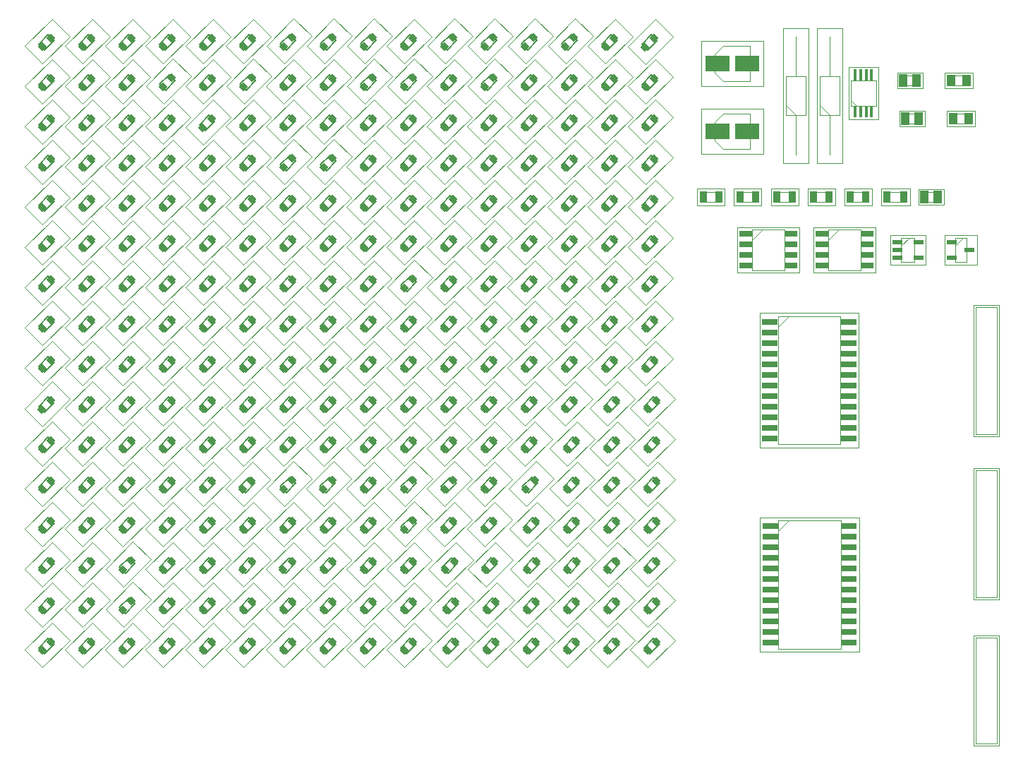
<source format=gtp>
G04*
G04 #@! TF.GenerationSoftware,Altium Limited,Altium Designer,21.1.1 (26)*
G04*
G04 Layer_Color=8421504*
%FSLAX24Y24*%
%MOIN*%
G70*
G04*
G04 #@! TF.SameCoordinates,700B35B8-587A-4263-8D9C-AFCFB88697EE*
G04*
G04*
G04 #@! TF.FilePolarity,Positive*
G04*
G01*
G75*
%ADD10C,0.0039*%
%ADD11C,0.0079*%
%ADD13C,0.0020*%
%ADD14R,0.0768X0.0256*%
%ADD15P,0.0445X4X360.0*%
%ADD16R,0.0177X0.0551*%
%ADD17R,0.1142X0.0728*%
%ADD18R,0.0413X0.0551*%
%ADD19R,0.0433X0.0618*%
%ADD20R,0.0492X0.0236*%
%ADD21R,0.0354X0.0571*%
%ADD22R,0.0374X0.0571*%
%ADD23R,0.0472X0.0236*%
%ADD24R,0.0600X0.0276*%
D10*
X46600Y7400D02*
X47600D01*
X46600D02*
Y13400D01*
X47600D01*
Y7400D02*
Y13400D01*
X46600Y500D02*
X47600D01*
X46600D02*
Y5500D01*
X47600D01*
Y500D02*
Y5500D01*
X46600Y15100D02*
X47600D01*
X46600D02*
Y21100D01*
X47600D01*
Y15100D02*
Y21100D01*
X37263Y20682D02*
X40216D01*
Y14619D02*
Y20682D01*
X37263Y14619D02*
X40216D01*
X37263D02*
Y20682D01*
Y20182D02*
X37763Y20682D01*
X40709Y30609D02*
Y31791D01*
X41891D01*
Y30609D02*
Y31791D01*
X40709Y30609D02*
X41891D01*
X40709Y30865D02*
X40965Y30609D01*
X34677Y30246D02*
X35946D01*
X34254Y29823D02*
X34677Y30246D01*
X34254Y28977D02*
Y29823D01*
Y28977D02*
X34677Y28554D01*
X35946D01*
Y30246D01*
X37637Y30160D02*
Y31991D01*
X38563D01*
Y30160D02*
Y31991D01*
X37637Y30160D02*
X38563D01*
X37637Y30623D02*
X38100Y30160D01*
Y28300D02*
Y30160D01*
Y31991D02*
Y33851D01*
X45506Y30246D02*
X46294D01*
Y29754D02*
Y30246D01*
X45506Y29754D02*
X46294D01*
X45506D02*
Y30246D01*
X43106Y32046D02*
X43894D01*
Y31554D02*
Y32046D01*
X43106Y31554D02*
X43894D01*
X43106D02*
Y32046D01*
X39237Y30160D02*
Y31991D01*
X40163D01*
Y30160D02*
Y31991D01*
X39237Y30160D02*
X40163D01*
X39237Y30623D02*
X39700Y30160D01*
Y28300D02*
Y30160D01*
Y31991D02*
Y33851D01*
X34677Y33446D02*
X35946D01*
X34254Y33023D02*
X34677Y33446D01*
X34254Y32177D02*
Y33023D01*
Y32177D02*
X34677Y31754D01*
X35946D01*
Y33446D01*
X45406Y32046D02*
X46194D01*
Y31554D02*
Y32046D01*
X45406Y31554D02*
X46194D01*
X45406D02*
Y32046D01*
X43206Y30246D02*
X43994D01*
Y29754D02*
Y30246D01*
X43206Y29754D02*
X43994D01*
X43206D02*
Y30246D01*
X45644Y24375D02*
X46156D01*
Y23225D02*
Y24375D01*
X45644Y23225D02*
X46156D01*
X45644D02*
Y24375D01*
Y23999D02*
X46020Y24375D01*
X44106Y26546D02*
X44894D01*
Y26054D02*
Y26546D01*
X44106Y26054D02*
X44894D01*
X44106D02*
Y26546D01*
X40650D02*
X41438D01*
Y26054D02*
Y26546D01*
X40650Y26054D02*
X41438D01*
X40650D02*
Y26546D01*
X38914D02*
X39702D01*
Y26054D02*
Y26546D01*
X38914Y26054D02*
X39702D01*
X38914D02*
Y26546D01*
X37178D02*
X37966D01*
Y26054D02*
Y26546D01*
X37178Y26054D02*
X37966D01*
X37178D02*
Y26546D01*
X35442D02*
X36230D01*
Y26054D02*
Y26546D01*
X35442Y26054D02*
X36230D01*
X35442D02*
Y26546D01*
X33706D02*
X34494D01*
Y26054D02*
Y26546D01*
X33706Y26054D02*
X34494D01*
X33706D02*
Y26546D01*
X42406D02*
X43213D01*
Y26054D02*
Y26546D01*
X42406Y26054D02*
X43213D01*
X42406D02*
Y26546D01*
X43085Y24371D02*
X43715D01*
Y23229D02*
Y24371D01*
X43085Y23229D02*
X43715D01*
X43085D02*
Y24371D01*
Y23997D02*
X43459Y24371D01*
X39632Y24765D02*
X41168D01*
Y22835D02*
Y24765D01*
X39632Y22835D02*
X41168D01*
X39632D02*
Y24765D01*
Y24265D02*
X40132Y24765D01*
X36032D02*
X37568D01*
Y22835D02*
Y24765D01*
X36032Y22835D02*
X37568D01*
X36032D02*
Y24765D01*
Y24265D02*
X36532Y24765D01*
X37284Y11032D02*
X40237D01*
Y4969D02*
Y11032D01*
X37284Y4969D02*
X40237D01*
X37284D02*
Y11032D01*
Y10532D02*
X37784Y11032D01*
X4878Y6214D02*
X5714Y5378D01*
X3584Y4919D02*
X4878Y6214D01*
X3584Y4919D02*
X4419Y4084D01*
X5714Y5378D01*
X14378Y6214D02*
X15214Y5378D01*
X13084Y4919D02*
X14378Y6214D01*
X13084Y4919D02*
X13919Y4084D01*
X15214Y5378D01*
X2519Y30684D02*
X3814Y31978D01*
X1684Y31519D02*
X2519Y30684D01*
X1684Y31519D02*
X2978Y32814D01*
X3814Y31978D01*
X4419Y30684D02*
X5714Y31978D01*
X3584Y31519D02*
X4419Y30684D01*
X3584Y31519D02*
X4878Y32814D01*
X5714Y31978D01*
X31019Y30684D02*
X32314Y31978D01*
X30184Y31519D02*
X31019Y30684D01*
X30184Y31519D02*
X31478Y32814D01*
X32314Y31978D01*
X25319Y30684D02*
X26614Y31978D01*
X24484Y31519D02*
X25319Y30684D01*
X24484Y31519D02*
X25778Y32814D01*
X26614Y31978D01*
X29119Y30684D02*
X30414Y31978D01*
X28284Y31519D02*
X29119Y30684D01*
X28284Y31519D02*
X29578Y32814D01*
X30414Y31978D01*
X27219Y30684D02*
X28514Y31978D01*
X26384Y31519D02*
X27219Y30684D01*
X26384Y31519D02*
X27678Y32814D01*
X28514Y31978D01*
X19628Y30693D02*
X20922Y31987D01*
X18793Y31528D02*
X19628Y30693D01*
X18793Y31528D02*
X20087Y32822D01*
X20922Y31987D01*
X13919Y30684D02*
X15214Y31978D01*
X13084Y31519D02*
X13919Y30684D01*
X13084Y31519D02*
X14378Y32814D01*
X15214Y31978D01*
X15819Y30684D02*
X17114Y31978D01*
X14984Y31519D02*
X15819Y30684D01*
X14984Y31519D02*
X16278Y32814D01*
X17114Y31978D01*
X21519Y30684D02*
X22814Y31978D01*
X20684Y31519D02*
X21519Y30684D01*
X20684Y31519D02*
X21978Y32814D01*
X22814Y31978D01*
X23428Y30693D02*
X24722Y31987D01*
X22593Y31528D02*
X23428Y30693D01*
X22593Y31528D02*
X23887Y32822D01*
X24722Y31987D01*
X17728Y30693D02*
X19022Y31987D01*
X16893Y31528D02*
X17728Y30693D01*
X16893Y31528D02*
X18187Y32822D01*
X19022Y31987D01*
X10119Y30684D02*
X11414Y31978D01*
X9284Y31519D02*
X10119Y30684D01*
X9284Y31519D02*
X10578Y32814D01*
X11414Y31978D01*
X12028Y30693D02*
X13322Y31987D01*
X11193Y31528D02*
X12028Y30693D01*
X11193Y31528D02*
X12487Y32822D01*
X13322Y31987D01*
X8228Y30693D02*
X9522Y31987D01*
X7393Y31528D02*
X8228Y30693D01*
X7393Y31528D02*
X8687Y32822D01*
X9522Y31987D01*
X6319Y30684D02*
X7614Y31978D01*
X5484Y31519D02*
X6319Y30684D01*
X5484Y31519D02*
X6778Y32814D01*
X7614Y31978D01*
X23519Y4084D02*
X24814Y5378D01*
X22684Y4919D02*
X23519Y4084D01*
X22684Y4919D02*
X23978Y6214D01*
X24814Y5378D01*
X6319Y4084D02*
X7614Y5378D01*
X5484Y4919D02*
X6319Y4084D01*
X5484Y4919D02*
X6778Y6214D01*
X7614Y5378D01*
X21619Y4084D02*
X22914Y5378D01*
X20784Y4919D02*
X21619Y4084D01*
X20784Y4919D02*
X22078Y6214D01*
X22914Y5378D01*
X27319Y4084D02*
X28614Y5378D01*
X26484Y4919D02*
X27319Y4084D01*
X26484Y4919D02*
X27778Y6214D01*
X28614Y5378D01*
X25419Y4084D02*
X26714Y5378D01*
X24584Y4919D02*
X25419Y4084D01*
X24584Y4919D02*
X25878Y6214D01*
X26714Y5378D01*
X19619Y4084D02*
X20914Y5378D01*
X18784Y4919D02*
X19619Y4084D01*
X18784Y4919D02*
X20078Y6214D01*
X20914Y5378D01*
X10119Y4084D02*
X11414Y5378D01*
X9284Y4919D02*
X10119Y4084D01*
X9284Y4919D02*
X10578Y6214D01*
X11414Y5378D01*
X12019Y4084D02*
X13314Y5378D01*
X11184Y4919D02*
X12019Y4084D01*
X11184Y4919D02*
X12478Y6214D01*
X13314Y5378D01*
X17719Y4084D02*
X19014Y5378D01*
X16884Y4919D02*
X17719Y4084D01*
X16884Y4919D02*
X18178Y6214D01*
X19014Y5378D01*
X8219Y4084D02*
X9514Y5378D01*
X7384Y4919D02*
X8219Y4084D01*
X7384Y4919D02*
X8678Y6214D01*
X9514Y5378D01*
X15819Y4084D02*
X17114Y5378D01*
X14984Y4919D02*
X15819Y4084D01*
X14984Y4919D02*
X16278Y6214D01*
X17114Y5378D01*
X2519Y4084D02*
X3814Y5378D01*
X1684Y4919D02*
X2519Y4084D01*
X1684Y4919D02*
X2978Y6214D01*
X3814Y5378D01*
X31119Y4084D02*
X32414Y5378D01*
X30284Y4919D02*
X31119Y4084D01*
X30284Y4919D02*
X31578Y6214D01*
X32414Y5378D01*
X29219Y4084D02*
X30514Y5378D01*
X28384Y4919D02*
X29219Y4084D01*
X28384Y4919D02*
X29678Y6214D01*
X30514Y5378D01*
X19619Y5984D02*
X20914Y7278D01*
X18784Y6819D02*
X19619Y5984D01*
X18784Y6819D02*
X20078Y8114D01*
X20914Y7278D01*
X31119Y5984D02*
X32414Y7278D01*
X30284Y6819D02*
X31119Y5984D01*
X30284Y6819D02*
X31578Y8114D01*
X32414Y7278D01*
X21619Y5984D02*
X22914Y7278D01*
X20784Y6819D02*
X21619Y5984D01*
X20784Y6819D02*
X22078Y8114D01*
X22914Y7278D01*
X23519Y5984D02*
X24814Y7278D01*
X22684Y6819D02*
X23519Y5984D01*
X22684Y6819D02*
X23978Y8114D01*
X24814Y7278D01*
X6328Y5993D02*
X7622Y7287D01*
X5493Y6828D02*
X6328Y5993D01*
X5493Y6828D02*
X6787Y8122D01*
X7622Y7287D01*
X17719Y5984D02*
X19014Y7278D01*
X16884Y6819D02*
X17719Y5984D01*
X16884Y6819D02*
X18178Y8114D01*
X19014Y7278D01*
X13919Y5984D02*
X15214Y7278D01*
X13084Y6819D02*
X13919Y5984D01*
X13084Y6819D02*
X14378Y8114D01*
X15214Y7278D01*
X10119Y5984D02*
X11414Y7278D01*
X9284Y6819D02*
X10119Y5984D01*
X9284Y6819D02*
X10578Y8114D01*
X11414Y7278D01*
X12019Y5984D02*
X13314Y7278D01*
X11184Y6819D02*
X12019Y5984D01*
X11184Y6819D02*
X12478Y8114D01*
X13314Y7278D01*
X8219Y5984D02*
X9514Y7278D01*
X7384Y6819D02*
X8219Y5984D01*
X7384Y6819D02*
X8678Y8114D01*
X9514Y7278D01*
X2519Y5984D02*
X3814Y7278D01*
X1684Y6819D02*
X2519Y5984D01*
X1684Y6819D02*
X2978Y8114D01*
X3814Y7278D01*
X15819Y5984D02*
X17114Y7278D01*
X14984Y6819D02*
X15819Y5984D01*
X14984Y6819D02*
X16278Y8114D01*
X17114Y7278D01*
X25419Y5984D02*
X26714Y7278D01*
X24584Y6819D02*
X25419Y5984D01*
X24584Y6819D02*
X25878Y8114D01*
X26714Y7278D01*
X27319Y5984D02*
X28614Y7278D01*
X26484Y6819D02*
X27319Y5984D01*
X26484Y6819D02*
X27778Y8114D01*
X28614Y7278D01*
X4419Y5984D02*
X5714Y7278D01*
X3584Y6819D02*
X4419Y5984D01*
X3584Y6819D02*
X4878Y8114D01*
X5714Y7278D01*
X29219Y5984D02*
X30514Y7278D01*
X28384Y6819D02*
X29219Y5984D01*
X28384Y6819D02*
X29678Y8114D01*
X30514Y7278D01*
X17719Y7884D02*
X19014Y9178D01*
X16884Y8719D02*
X17719Y7884D01*
X16884Y8719D02*
X18178Y10014D01*
X19014Y9178D01*
X19619Y7884D02*
X20914Y9178D01*
X18784Y8719D02*
X19619Y7884D01*
X18784Y8719D02*
X20078Y10014D01*
X20914Y9178D01*
X8219Y7884D02*
X9514Y9178D01*
X7384Y8719D02*
X8219Y7884D01*
X7384Y8719D02*
X8678Y10014D01*
X9514Y9178D01*
X2519Y7884D02*
X3814Y9178D01*
X1684Y8719D02*
X2519Y7884D01*
X1684Y8719D02*
X2978Y10014D01*
X3814Y9178D01*
X10119Y7884D02*
X11414Y9178D01*
X9284Y8719D02*
X10119Y7884D01*
X9284Y8719D02*
X10578Y10014D01*
X11414Y9178D01*
X29228Y7884D02*
X30523Y9178D01*
X28393Y8719D02*
X29228Y7884D01*
X28393Y8719D02*
X29687Y10014D01*
X30523Y9178D01*
X12010Y7884D02*
X13304Y9178D01*
X11175Y8719D02*
X12010Y7884D01*
X11175Y8719D02*
X12469Y10014D01*
X13304Y9178D01*
X13901Y7884D02*
X15195Y9178D01*
X13066Y8719D02*
X13901Y7884D01*
X13066Y8719D02*
X14360Y10014D01*
X15195Y9178D01*
X4419Y7884D02*
X5714Y9178D01*
X3584Y8719D02*
X4419Y7884D01*
X3584Y8719D02*
X4878Y10014D01*
X5714Y9178D01*
X15819Y7884D02*
X17114Y9178D01*
X14984Y8719D02*
X15819Y7884D01*
X14984Y8719D02*
X16278Y10014D01*
X17114Y9178D01*
X27337Y7884D02*
X28632Y9178D01*
X26502Y8719D02*
X27337Y7884D01*
X26502Y8719D02*
X27797Y10014D01*
X28632Y9178D01*
X25446Y7884D02*
X26741Y9178D01*
X24611Y8719D02*
X25446Y7884D01*
X24611Y8719D02*
X25906Y10014D01*
X26741Y9178D01*
X31119Y7884D02*
X32414Y9178D01*
X30284Y8719D02*
X31119Y7884D01*
X30284Y8719D02*
X31578Y10014D01*
X32414Y9178D01*
X21565Y7884D02*
X22859Y9178D01*
X20729Y8719D02*
X21565Y7884D01*
X20729Y8719D02*
X22024Y10014D01*
X22859Y9178D01*
X6328Y7893D02*
X7622Y9187D01*
X5493Y8728D02*
X6328Y7893D01*
X5493Y8728D02*
X6787Y10022D01*
X7622Y9187D01*
X23455Y7884D02*
X24750Y9178D01*
X22620Y8719D02*
X23455Y7884D01*
X22620Y8719D02*
X23915Y10014D01*
X24750Y9178D01*
X2519Y9784D02*
X3814Y11078D01*
X1684Y10619D02*
X2519Y9784D01*
X1684Y10619D02*
X2978Y11914D01*
X3814Y11078D01*
X29219Y9784D02*
X30514Y11078D01*
X28384Y10619D02*
X29219Y9784D01*
X28384Y10619D02*
X29678Y11914D01*
X30514Y11078D01*
X10119Y9784D02*
X11414Y11078D01*
X9284Y10619D02*
X10119Y9784D01*
X9284Y10619D02*
X10578Y11914D01*
X11414Y11078D01*
X6319Y9784D02*
X7614Y11078D01*
X5484Y10619D02*
X6319Y9784D01*
X5484Y10619D02*
X6778Y11914D01*
X7614Y11078D01*
X25419Y9784D02*
X26714Y11078D01*
X24584Y10619D02*
X25419Y9784D01*
X24584Y10619D02*
X25878Y11914D01*
X26714Y11078D01*
X15819Y9784D02*
X17114Y11078D01*
X14984Y10619D02*
X15819Y9784D01*
X14984Y10619D02*
X16278Y11914D01*
X17114Y11078D01*
X13919Y9784D02*
X15214Y11078D01*
X13084Y10619D02*
X13919Y9784D01*
X13084Y10619D02*
X14378Y11914D01*
X15214Y11078D01*
X23419Y9784D02*
X24714Y11078D01*
X22584Y10619D02*
X23419Y9784D01*
X22584Y10619D02*
X23878Y11914D01*
X24714Y11078D01*
X12019Y9784D02*
X13314Y11078D01*
X11184Y10619D02*
X12019Y9784D01*
X11184Y10619D02*
X12478Y11914D01*
X13314Y11078D01*
X31119Y9784D02*
X32414Y11078D01*
X30284Y10619D02*
X31119Y9784D01*
X30284Y10619D02*
X31578Y11914D01*
X32414Y11078D01*
X19628Y9793D02*
X20922Y11087D01*
X18793Y10628D02*
X19628Y9793D01*
X18793Y10628D02*
X20087Y11922D01*
X20922Y11087D01*
X8219Y9784D02*
X9514Y11078D01*
X7384Y10619D02*
X8219Y9784D01*
X7384Y10619D02*
X8678Y11914D01*
X9514Y11078D01*
X17719Y9784D02*
X19014Y11078D01*
X16884Y10619D02*
X17719Y9784D01*
X16884Y10619D02*
X18178Y11914D01*
X19014Y11078D01*
X4419Y9784D02*
X5714Y11078D01*
X3584Y10619D02*
X4419Y9784D01*
X3584Y10619D02*
X4878Y11914D01*
X5714Y11078D01*
X27319Y9784D02*
X28614Y11078D01*
X26484Y10619D02*
X27319Y9784D01*
X26484Y10619D02*
X27778Y11914D01*
X28614Y11078D01*
X21519Y9784D02*
X22814Y11078D01*
X20684Y10619D02*
X21519Y9784D01*
X20684Y10619D02*
X21978Y11914D01*
X22814Y11078D01*
X25364Y11693D02*
X26659Y12987D01*
X24529Y12528D02*
X25364Y11693D01*
X24529Y12528D02*
X25824Y13822D01*
X26659Y12987D01*
X29219Y11684D02*
X30514Y12978D01*
X28384Y12519D02*
X29219Y11684D01*
X28384Y12519D02*
X29678Y13814D01*
X30514Y12978D01*
X11992Y11684D02*
X13286Y12978D01*
X11157Y12519D02*
X11992Y11684D01*
X11157Y12519D02*
X12451Y13814D01*
X13286Y12978D01*
X27319Y11684D02*
X28614Y12978D01*
X26484Y12519D02*
X27319Y11684D01*
X26484Y12519D02*
X27778Y13814D01*
X28614Y12978D01*
X17719Y11684D02*
X19014Y12978D01*
X16884Y12519D02*
X17719Y11684D01*
X16884Y12519D02*
X18178Y13814D01*
X19014Y12978D01*
X21519Y11693D02*
X22813Y12987D01*
X20684Y12528D02*
X21519Y11693D01*
X20684Y12528D02*
X21978Y13822D01*
X22813Y12987D01*
X19628Y11693D02*
X20922Y12987D01*
X18793Y12528D02*
X19628Y11693D01*
X18793Y12528D02*
X20087Y13822D01*
X20922Y12987D01*
X23419Y11684D02*
X24714Y12978D01*
X22584Y12519D02*
X23419Y11684D01*
X22584Y12519D02*
X23878Y13814D01*
X24714Y12978D01*
X13928Y11693D02*
X15222Y12987D01*
X13093Y12528D02*
X13928Y11693D01*
X13093Y12528D02*
X14387Y13822D01*
X15222Y12987D01*
X31119Y11684D02*
X32414Y12978D01*
X30284Y12519D02*
X31119Y11684D01*
X30284Y12519D02*
X31578Y13814D01*
X32414Y12978D01*
X15801Y11693D02*
X17095Y12987D01*
X14965Y12528D02*
X15801Y11693D01*
X14965Y12528D02*
X16260Y13822D01*
X17095Y12987D01*
X6319Y11684D02*
X7614Y12978D01*
X5484Y12519D02*
X6319Y11684D01*
X5484Y12519D02*
X6778Y13814D01*
X7614Y12978D01*
X2519Y11684D02*
X3814Y12978D01*
X1684Y12519D02*
X2519Y11684D01*
X1684Y12519D02*
X2978Y13814D01*
X3814Y12978D01*
X10119Y11684D02*
X11414Y12978D01*
X9284Y12519D02*
X10119Y11684D01*
X9284Y12519D02*
X10578Y13814D01*
X11414Y12978D01*
X4419Y11684D02*
X5714Y12978D01*
X3584Y12519D02*
X4419Y11684D01*
X3584Y12519D02*
X4878Y13814D01*
X5714Y12978D01*
X8219Y11684D02*
X9514Y12978D01*
X7384Y12519D02*
X8219Y11684D01*
X7384Y12519D02*
X8678Y13814D01*
X9514Y12978D01*
X10119Y13584D02*
X11414Y14878D01*
X9284Y14419D02*
X10119Y13584D01*
X9284Y14419D02*
X10578Y15714D01*
X11414Y14878D01*
X12019Y13584D02*
X13314Y14878D01*
X11184Y14419D02*
X12019Y13584D01*
X11184Y14419D02*
X12478Y15714D01*
X13314Y14878D01*
X29219Y13584D02*
X30514Y14878D01*
X28384Y14419D02*
X29219Y13584D01*
X28384Y14419D02*
X29678Y15714D01*
X30514Y14878D01*
X21519Y13584D02*
X22814Y14878D01*
X20684Y14419D02*
X21519Y13584D01*
X20684Y14419D02*
X21978Y15714D01*
X22814Y14878D01*
X8219Y13584D02*
X9514Y14878D01*
X7384Y14419D02*
X8219Y13584D01*
X7384Y14419D02*
X8678Y15714D01*
X9514Y14878D01*
X27319Y13584D02*
X28614Y14878D01*
X26484Y14419D02*
X27319Y13584D01*
X26484Y14419D02*
X27778Y15714D01*
X28614Y14878D01*
X4419Y13584D02*
X5714Y14878D01*
X3584Y14419D02*
X4419Y13584D01*
X3584Y14419D02*
X4878Y15714D01*
X5714Y14878D01*
X2519Y13584D02*
X3814Y14878D01*
X1684Y14419D02*
X2519Y13584D01*
X1684Y14419D02*
X2978Y15714D01*
X3814Y14878D01*
X23419Y13584D02*
X24714Y14878D01*
X22584Y14419D02*
X23419Y13584D01*
X22584Y14419D02*
X23878Y15714D01*
X24714Y14878D01*
X19619Y13584D02*
X20914Y14878D01*
X18784Y14419D02*
X19619Y13584D01*
X18784Y14419D02*
X20078Y15714D01*
X20914Y14878D01*
X31119Y13584D02*
X32414Y14878D01*
X30284Y14419D02*
X31119Y13584D01*
X30284Y14419D02*
X31578Y15714D01*
X32414Y14878D01*
X25319Y13584D02*
X26614Y14878D01*
X24484Y14419D02*
X25319Y13584D01*
X24484Y14419D02*
X25778Y15714D01*
X26614Y14878D01*
X13919Y13584D02*
X15214Y14878D01*
X13084Y14419D02*
X13919Y13584D01*
X13084Y14419D02*
X14378Y15714D01*
X15214Y14878D01*
X6319Y13584D02*
X7614Y14878D01*
X5484Y14419D02*
X6319Y13584D01*
X5484Y14419D02*
X6778Y15714D01*
X7614Y14878D01*
X17719Y13584D02*
X19014Y14878D01*
X16884Y14419D02*
X17719Y13584D01*
X16884Y14419D02*
X18178Y15714D01*
X19014Y14878D01*
X23419Y15484D02*
X24714Y16778D01*
X22584Y16319D02*
X23419Y15484D01*
X22584Y16319D02*
X23878Y17614D01*
X24714Y16778D01*
X25319Y15484D02*
X26614Y16778D01*
X24484Y16319D02*
X25319Y15484D01*
X24484Y16319D02*
X25778Y17614D01*
X26614Y16778D01*
X13919Y15484D02*
X15214Y16778D01*
X13084Y16319D02*
X13919Y15484D01*
X13084Y16319D02*
X14378Y17614D01*
X15214Y16778D01*
X31119Y15484D02*
X32414Y16778D01*
X30284Y16319D02*
X31119Y15484D01*
X30284Y16319D02*
X31578Y17614D01*
X32414Y16778D01*
X27219Y15484D02*
X28514Y16778D01*
X26384Y16319D02*
X27219Y15484D01*
X26384Y16319D02*
X27678Y17614D01*
X28514Y16778D01*
X4419Y15484D02*
X5714Y16778D01*
X3584Y16319D02*
X4419Y15484D01*
X3584Y16319D02*
X4878Y17614D01*
X5714Y16778D01*
X21519Y15484D02*
X22814Y16778D01*
X20684Y16319D02*
X21519Y15484D01*
X20684Y16319D02*
X21978Y17614D01*
X22814Y16778D01*
X15819Y15484D02*
X17114Y16778D01*
X14984Y16319D02*
X15819Y15484D01*
X14984Y16319D02*
X16278Y17614D01*
X17114Y16778D01*
X10119Y15484D02*
X11414Y16778D01*
X9284Y16319D02*
X10119Y15484D01*
X9284Y16319D02*
X10578Y17614D01*
X11414Y16778D01*
X6319Y15484D02*
X7614Y16778D01*
X5484Y16319D02*
X6319Y15484D01*
X5484Y16319D02*
X6778Y17614D01*
X7614Y16778D01*
X12019Y15484D02*
X13314Y16778D01*
X11184Y16319D02*
X12019Y15484D01*
X11184Y16319D02*
X12478Y17614D01*
X13314Y16778D01*
X2510Y15475D02*
X3805Y16770D01*
X1675Y16310D02*
X2510Y15475D01*
X1675Y16310D02*
X2970Y17605D01*
X3805Y16770D01*
X19619Y15484D02*
X20914Y16778D01*
X18784Y16319D02*
X19619Y15484D01*
X18784Y16319D02*
X20078Y17614D01*
X20914Y16778D01*
X8219Y15484D02*
X9514Y16778D01*
X7384Y16319D02*
X8219Y15484D01*
X7384Y16319D02*
X8678Y17614D01*
X9514Y16778D01*
X29219Y15484D02*
X30514Y16778D01*
X28384Y16319D02*
X29219Y15484D01*
X28384Y16319D02*
X29678Y17614D01*
X30514Y16778D01*
X17719Y15484D02*
X19014Y16778D01*
X16884Y16319D02*
X17719Y15484D01*
X16884Y16319D02*
X18178Y17614D01*
X19014Y16778D01*
X25319Y17384D02*
X26614Y18678D01*
X24484Y18219D02*
X25319Y17384D01*
X24484Y18219D02*
X25778Y19514D01*
X26614Y18678D01*
X21519Y17384D02*
X22814Y18678D01*
X20684Y18219D02*
X21519Y17384D01*
X20684Y18219D02*
X21978Y19514D01*
X22814Y18678D01*
X6319Y17384D02*
X7614Y18678D01*
X5484Y18219D02*
X6319Y17384D01*
X5484Y18219D02*
X6778Y19514D01*
X7614Y18678D01*
X19619Y17384D02*
X20914Y18678D01*
X18784Y18219D02*
X19619Y17384D01*
X18784Y18219D02*
X20078Y19514D01*
X20914Y18678D01*
X8219Y17384D02*
X9514Y18678D01*
X7384Y18219D02*
X8219Y17384D01*
X7384Y18219D02*
X8678Y19514D01*
X9514Y18678D01*
X23419Y17384D02*
X24714Y18678D01*
X22584Y18219D02*
X23419Y17384D01*
X22584Y18219D02*
X23878Y19514D01*
X24714Y18678D01*
X17719Y17384D02*
X19014Y18678D01*
X16884Y18219D02*
X17719Y17384D01*
X16884Y18219D02*
X18178Y19514D01*
X19014Y18678D01*
X12019Y17384D02*
X13314Y18678D01*
X11184Y18219D02*
X12019Y17384D01*
X11184Y18219D02*
X12478Y19514D01*
X13314Y18678D01*
X10119Y17384D02*
X11414Y18678D01*
X9284Y18219D02*
X10119Y17384D01*
X9284Y18219D02*
X10578Y19514D01*
X11414Y18678D01*
X27219Y17384D02*
X28514Y18678D01*
X26384Y18219D02*
X27219Y17384D01*
X26384Y18219D02*
X27678Y19514D01*
X28514Y18678D01*
X29119Y17384D02*
X30414Y18678D01*
X28284Y18219D02*
X29119Y17384D01*
X28284Y18219D02*
X29578Y19514D01*
X30414Y18678D01*
X13919Y17384D02*
X15214Y18678D01*
X13084Y18219D02*
X13919Y17384D01*
X13084Y18219D02*
X14378Y19514D01*
X15214Y18678D01*
X2519Y17384D02*
X3814Y18678D01*
X1684Y18219D02*
X2519Y17384D01*
X1684Y18219D02*
X2978Y19514D01*
X3814Y18678D01*
X15819Y17384D02*
X17114Y18678D01*
X14984Y18219D02*
X15819Y17384D01*
X14984Y18219D02*
X16278Y19514D01*
X17114Y18678D01*
X31019Y17384D02*
X32314Y18678D01*
X30184Y18219D02*
X31019Y17384D01*
X30184Y18219D02*
X31478Y19514D01*
X32314Y18678D01*
X4419Y17384D02*
X5714Y18678D01*
X3584Y18219D02*
X4419Y17384D01*
X3584Y18219D02*
X4878Y19514D01*
X5714Y18678D01*
X19619Y19284D02*
X20914Y20578D01*
X18784Y20119D02*
X19619Y19284D01*
X18784Y20119D02*
X20078Y21414D01*
X20914Y20578D01*
X2519Y19284D02*
X3814Y20578D01*
X1684Y20119D02*
X2519Y19284D01*
X1684Y20119D02*
X2978Y21414D01*
X3814Y20578D01*
X21519Y19284D02*
X22814Y20578D01*
X20684Y20119D02*
X21519Y19284D01*
X20684Y20119D02*
X21978Y21414D01*
X22814Y20578D01*
X10119Y19284D02*
X11414Y20578D01*
X9284Y20119D02*
X10119Y19284D01*
X9284Y20119D02*
X10578Y21414D01*
X11414Y20578D01*
X6319Y19284D02*
X7614Y20578D01*
X5484Y20119D02*
X6319Y19284D01*
X5484Y20119D02*
X6778Y21414D01*
X7614Y20578D01*
X12019Y19284D02*
X13314Y20578D01*
X11184Y20119D02*
X12019Y19284D01*
X11184Y20119D02*
X12478Y21414D01*
X13314Y20578D01*
X31019Y19284D02*
X32314Y20578D01*
X30184Y20119D02*
X31019Y19284D01*
X30184Y20119D02*
X31478Y21414D01*
X32314Y20578D01*
X17719Y19284D02*
X19014Y20578D01*
X16884Y20119D02*
X17719Y19284D01*
X16884Y20119D02*
X18178Y21414D01*
X19014Y20578D01*
X27219Y19284D02*
X28514Y20578D01*
X26384Y20119D02*
X27219Y19284D01*
X26384Y20119D02*
X27678Y21414D01*
X28514Y20578D01*
X23419Y19284D02*
X24714Y20578D01*
X22584Y20119D02*
X23419Y19284D01*
X22584Y20119D02*
X23878Y21414D01*
X24714Y20578D01*
X4419Y19284D02*
X5714Y20578D01*
X3584Y20119D02*
X4419Y19284D01*
X3584Y20119D02*
X4878Y21414D01*
X5714Y20578D01*
X8219Y19284D02*
X9514Y20578D01*
X7384Y20119D02*
X8219Y19284D01*
X7384Y20119D02*
X8678Y21414D01*
X9514Y20578D01*
X25319Y19284D02*
X26614Y20578D01*
X24484Y20119D02*
X25319Y19284D01*
X24484Y20119D02*
X25778Y21414D01*
X26614Y20578D01*
X13919Y19284D02*
X15214Y20578D01*
X13084Y20119D02*
X13919Y19284D01*
X13084Y20119D02*
X14378Y21414D01*
X15214Y20578D01*
X29119Y19284D02*
X30414Y20578D01*
X28284Y20119D02*
X29119Y19284D01*
X28284Y20119D02*
X29578Y21414D01*
X30414Y20578D01*
X15819Y19284D02*
X17114Y20578D01*
X14984Y20119D02*
X15819Y19284D01*
X14984Y20119D02*
X16278Y21414D01*
X17114Y20578D01*
X25319Y21184D02*
X26614Y22478D01*
X24484Y22019D02*
X25319Y21184D01*
X24484Y22019D02*
X25778Y23314D01*
X26614Y22478D01*
X4419Y21184D02*
X5714Y22478D01*
X3584Y22019D02*
X4419Y21184D01*
X3584Y22019D02*
X4878Y23314D01*
X5714Y22478D01*
X31019Y21184D02*
X32314Y22478D01*
X30184Y22019D02*
X31019Y21184D01*
X30184Y22019D02*
X31478Y23314D01*
X32314Y22478D01*
X27219Y21184D02*
X28514Y22478D01*
X26384Y22019D02*
X27219Y21184D01*
X26384Y22019D02*
X27678Y23314D01*
X28514Y22478D01*
X23419Y21184D02*
X24714Y22478D01*
X22584Y22019D02*
X23419Y21184D01*
X22584Y22019D02*
X23878Y23314D01*
X24714Y22478D01*
X29119Y21184D02*
X30414Y22478D01*
X28284Y22019D02*
X29119Y21184D01*
X28284Y22019D02*
X29578Y23314D01*
X30414Y22478D01*
X6319Y21184D02*
X7614Y22478D01*
X5484Y22019D02*
X6319Y21184D01*
X5484Y22019D02*
X6778Y23314D01*
X7614Y22478D01*
X21519Y21184D02*
X22814Y22478D01*
X20684Y22019D02*
X21519Y21184D01*
X20684Y22019D02*
X21978Y23314D01*
X22814Y22478D01*
X2519Y21184D02*
X3814Y22478D01*
X1684Y22019D02*
X2519Y21184D01*
X1684Y22019D02*
X2978Y23314D01*
X3814Y22478D01*
X13919Y21184D02*
X15214Y22478D01*
X13084Y22019D02*
X13919Y21184D01*
X13084Y22019D02*
X14378Y23314D01*
X15214Y22478D01*
X10119Y21184D02*
X11414Y22478D01*
X9284Y22019D02*
X10119Y21184D01*
X9284Y22019D02*
X10578Y23314D01*
X11414Y22478D01*
X15819Y21184D02*
X17114Y22478D01*
X14984Y22019D02*
X15819Y21184D01*
X14984Y22019D02*
X16278Y23314D01*
X17114Y22478D01*
X17719Y21184D02*
X19014Y22478D01*
X16884Y22019D02*
X17719Y21184D01*
X16884Y22019D02*
X18178Y23314D01*
X19014Y22478D01*
X8219Y21184D02*
X9514Y22478D01*
X7384Y22019D02*
X8219Y21184D01*
X7384Y22019D02*
X8678Y23314D01*
X9514Y22478D01*
X19628Y21193D02*
X20922Y22487D01*
X18793Y22028D02*
X19628Y21193D01*
X18793Y22028D02*
X20087Y23322D01*
X20922Y22487D01*
X12019Y21184D02*
X13314Y22478D01*
X11184Y22019D02*
X12019Y21184D01*
X11184Y22019D02*
X12478Y23314D01*
X13314Y22478D01*
X4419Y23084D02*
X5714Y24378D01*
X3584Y23919D02*
X4419Y23084D01*
X3584Y23919D02*
X4878Y25214D01*
X5714Y24378D01*
X15819Y23084D02*
X17114Y24378D01*
X14984Y23919D02*
X15819Y23084D01*
X14984Y23919D02*
X16278Y25214D01*
X17114Y24378D01*
X23419Y23084D02*
X24714Y24378D01*
X22584Y23919D02*
X23419Y23084D01*
X22584Y23919D02*
X23878Y25214D01*
X24714Y24378D01*
X17719Y23084D02*
X19014Y24378D01*
X16884Y23919D02*
X17719Y23084D01*
X16884Y23919D02*
X18178Y25214D01*
X19014Y24378D01*
X31019Y23084D02*
X32314Y24378D01*
X30184Y23919D02*
X31019Y23084D01*
X30184Y23919D02*
X31478Y25214D01*
X32314Y24378D01*
X10119Y23084D02*
X11414Y24378D01*
X9284Y23919D02*
X10119Y23084D01*
X9284Y23919D02*
X10578Y25214D01*
X11414Y24378D01*
X27219Y23084D02*
X28514Y24378D01*
X26384Y23919D02*
X27219Y23084D01*
X26384Y23919D02*
X27678Y25214D01*
X28514Y24378D01*
X2519Y23084D02*
X3814Y24378D01*
X1684Y23919D02*
X2519Y23084D01*
X1684Y23919D02*
X2978Y25214D01*
X3814Y24378D01*
X29119Y23084D02*
X30414Y24378D01*
X28284Y23919D02*
X29119Y23084D01*
X28284Y23919D02*
X29578Y25214D01*
X30414Y24378D01*
X12019Y23084D02*
X13314Y24378D01*
X11184Y23919D02*
X12019Y23084D01*
X11184Y23919D02*
X12478Y25214D01*
X13314Y24378D01*
X8219Y23084D02*
X9514Y24378D01*
X7384Y23919D02*
X8219Y23084D01*
X7384Y23919D02*
X8678Y25214D01*
X9514Y24378D01*
X25319Y23084D02*
X26614Y24378D01*
X24484Y23919D02*
X25319Y23084D01*
X24484Y23919D02*
X25778Y25214D01*
X26614Y24378D01*
X13919Y23084D02*
X15214Y24378D01*
X13084Y23919D02*
X13919Y23084D01*
X13084Y23919D02*
X14378Y25214D01*
X15214Y24378D01*
X6319Y23084D02*
X7614Y24378D01*
X5484Y23919D02*
X6319Y23084D01*
X5484Y23919D02*
X6778Y25214D01*
X7614Y24378D01*
X21519Y23084D02*
X22814Y24378D01*
X20684Y23919D02*
X21519Y23084D01*
X20684Y23919D02*
X21978Y25214D01*
X22814Y24378D01*
X19619Y23084D02*
X20914Y24378D01*
X18784Y23919D02*
X19619Y23084D01*
X18784Y23919D02*
X20078Y25214D01*
X20914Y24378D01*
X25319Y24984D02*
X26614Y26278D01*
X24484Y25819D02*
X25319Y24984D01*
X24484Y25819D02*
X25778Y27114D01*
X26614Y26278D01*
X19619Y24984D02*
X20914Y26278D01*
X18784Y25819D02*
X19619Y24984D01*
X18784Y25819D02*
X20078Y27114D01*
X20914Y26278D01*
X15819Y24984D02*
X17114Y26278D01*
X14984Y25819D02*
X15819Y24984D01*
X14984Y25819D02*
X16278Y27114D01*
X17114Y26278D01*
X8219Y24984D02*
X9514Y26278D01*
X7384Y25819D02*
X8219Y24984D01*
X7384Y25819D02*
X8678Y27114D01*
X9514Y26278D01*
X23419Y24984D02*
X24714Y26278D01*
X22584Y25819D02*
X23419Y24984D01*
X22584Y25819D02*
X23878Y27114D01*
X24714Y26278D01*
X12019Y24984D02*
X13314Y26278D01*
X11184Y25819D02*
X12019Y24984D01*
X11184Y25819D02*
X12478Y27114D01*
X13314Y26278D01*
X17719Y24984D02*
X19014Y26278D01*
X16884Y25819D02*
X17719Y24984D01*
X16884Y25819D02*
X18178Y27114D01*
X19014Y26278D01*
X2519Y24984D02*
X3814Y26278D01*
X1684Y25819D02*
X2519Y24984D01*
X1684Y25819D02*
X2978Y27114D01*
X3814Y26278D01*
X29119Y24984D02*
X30414Y26278D01*
X28284Y25819D02*
X29119Y24984D01*
X28284Y25819D02*
X29578Y27114D01*
X30414Y26278D01*
X10119Y24984D02*
X11414Y26278D01*
X9284Y25819D02*
X10119Y24984D01*
X9284Y25819D02*
X10578Y27114D01*
X11414Y26278D01*
X4419Y24984D02*
X5714Y26278D01*
X3584Y25819D02*
X4419Y24984D01*
X3584Y25819D02*
X4878Y27114D01*
X5714Y26278D01*
X31019Y24984D02*
X32314Y26278D01*
X30184Y25819D02*
X31019Y24984D01*
X30184Y25819D02*
X31478Y27114D01*
X32314Y26278D01*
X13919Y24984D02*
X15214Y26278D01*
X13084Y25819D02*
X13919Y24984D01*
X13084Y25819D02*
X14378Y27114D01*
X15214Y26278D01*
X27219Y24984D02*
X28514Y26278D01*
X26384Y25819D02*
X27219Y24984D01*
X26384Y25819D02*
X27678Y27114D01*
X28514Y26278D01*
X21519Y24984D02*
X22814Y26278D01*
X20684Y25819D02*
X21519Y24984D01*
X20684Y25819D02*
X21978Y27114D01*
X22814Y26278D01*
X6319Y24984D02*
X7614Y26278D01*
X5484Y25819D02*
X6319Y24984D01*
X5484Y25819D02*
X6778Y27114D01*
X7614Y26278D01*
X8219Y26884D02*
X9514Y28178D01*
X7384Y27719D02*
X8219Y26884D01*
X7384Y27719D02*
X8678Y29014D01*
X9514Y28178D01*
X27219Y26884D02*
X28514Y28178D01*
X26384Y27719D02*
X27219Y26884D01*
X26384Y27719D02*
X27678Y29014D01*
X28514Y28178D01*
X13928Y26893D02*
X15222Y28187D01*
X13093Y27728D02*
X13928Y26893D01*
X13093Y27728D02*
X14387Y29022D01*
X15222Y28187D01*
X2519Y26884D02*
X3814Y28178D01*
X1684Y27719D02*
X2519Y26884D01*
X1684Y27719D02*
X2978Y29014D01*
X3814Y28178D01*
X25319Y26884D02*
X26614Y28178D01*
X24484Y27719D02*
X25319Y26884D01*
X24484Y27719D02*
X25778Y29014D01*
X26614Y28178D01*
X23419Y26884D02*
X24714Y28178D01*
X22584Y27719D02*
X23419Y26884D01*
X22584Y27719D02*
X23878Y29014D01*
X24714Y28178D01*
X12019Y26884D02*
X13314Y28178D01*
X11184Y27719D02*
X12019Y26884D01*
X11184Y27719D02*
X12478Y29014D01*
X13314Y28178D01*
X6319Y26884D02*
X7614Y28178D01*
X5484Y27719D02*
X6319Y26884D01*
X5484Y27719D02*
X6778Y29014D01*
X7614Y28178D01*
X19619Y26884D02*
X20914Y28178D01*
X18784Y27719D02*
X19619Y26884D01*
X18784Y27719D02*
X20078Y29014D01*
X20914Y28178D01*
X31019Y26884D02*
X32314Y28178D01*
X30184Y27719D02*
X31019Y26884D01*
X30184Y27719D02*
X31478Y29014D01*
X32314Y28178D01*
X21519Y26884D02*
X22814Y28178D01*
X20684Y27719D02*
X21519Y26884D01*
X20684Y27719D02*
X21978Y29014D01*
X22814Y28178D01*
X10119Y26884D02*
X11414Y28178D01*
X9284Y27719D02*
X10119Y26884D01*
X9284Y27719D02*
X10578Y29014D01*
X11414Y28178D01*
X15828Y26893D02*
X17122Y28187D01*
X14993Y27728D02*
X15828Y26893D01*
X14993Y27728D02*
X16287Y29022D01*
X17122Y28187D01*
X17719Y26884D02*
X19014Y28178D01*
X16884Y27719D02*
X17719Y26884D01*
X16884Y27719D02*
X18178Y29014D01*
X19014Y28178D01*
X29119Y26884D02*
X30414Y28178D01*
X28284Y27719D02*
X29119Y26884D01*
X28284Y27719D02*
X29578Y29014D01*
X30414Y28178D01*
X4419Y26884D02*
X5714Y28178D01*
X3584Y27719D02*
X4419Y26884D01*
X3584Y27719D02*
X4878Y29014D01*
X5714Y28178D01*
X10110Y28775D02*
X11405Y30070D01*
X9275Y29610D02*
X10110Y28775D01*
X9275Y29610D02*
X10570Y30905D01*
X11405Y30070D01*
X12019Y28784D02*
X13314Y30078D01*
X11184Y29619D02*
X12019Y28784D01*
X11184Y29619D02*
X12478Y30914D01*
X13314Y30078D01*
X19619Y28784D02*
X20914Y30078D01*
X18784Y29619D02*
X19619Y28784D01*
X18784Y29619D02*
X20078Y30914D01*
X20914Y30078D01*
X27219Y28784D02*
X28514Y30078D01*
X26384Y29619D02*
X27219Y28784D01*
X26384Y29619D02*
X27678Y30914D01*
X28514Y30078D01*
X6319Y28784D02*
X7614Y30078D01*
X5484Y29619D02*
X6319Y28784D01*
X5484Y29619D02*
X6778Y30914D01*
X7614Y30078D01*
X29119Y28784D02*
X30414Y30078D01*
X28284Y29619D02*
X29119Y28784D01*
X28284Y29619D02*
X29578Y30914D01*
X30414Y30078D01*
X2519Y28784D02*
X3814Y30078D01*
X1684Y29619D02*
X2519Y28784D01*
X1684Y29619D02*
X2978Y30914D01*
X3814Y30078D01*
X31019Y28784D02*
X32314Y30078D01*
X30184Y29619D02*
X31019Y28784D01*
X30184Y29619D02*
X31478Y30914D01*
X32314Y30078D01*
X21519Y28784D02*
X22814Y30078D01*
X20684Y29619D02*
X21519Y28784D01*
X20684Y29619D02*
X21978Y30914D01*
X22814Y30078D01*
X8219Y28784D02*
X9514Y30078D01*
X7384Y29619D02*
X8219Y28784D01*
X7384Y29619D02*
X8678Y30914D01*
X9514Y30078D01*
X23419Y28784D02*
X24714Y30078D01*
X22584Y29619D02*
X23419Y28784D01*
X22584Y29619D02*
X23878Y30914D01*
X24714Y30078D01*
X25319Y28784D02*
X26614Y30078D01*
X24484Y29619D02*
X25319Y28784D01*
X24484Y29619D02*
X25778Y30914D01*
X26614Y30078D01*
X15819Y28784D02*
X17114Y30078D01*
X14984Y29619D02*
X15819Y28784D01*
X14984Y29619D02*
X16278Y30914D01*
X17114Y30078D01*
X4419Y28784D02*
X5714Y30078D01*
X3584Y29619D02*
X4419Y28784D01*
X3584Y29619D02*
X4878Y30914D01*
X5714Y30078D01*
X17719Y28784D02*
X19014Y30078D01*
X16884Y29619D02*
X17719Y28784D01*
X16884Y29619D02*
X18178Y30914D01*
X19014Y30078D01*
X13919Y28784D02*
X15214Y30078D01*
X13084Y29619D02*
X13919Y28784D01*
X13084Y29619D02*
X14378Y30914D01*
X15214Y30078D01*
X4419Y32584D02*
X5714Y33878D01*
X3584Y33419D02*
X4419Y32584D01*
X3584Y33419D02*
X4878Y34714D01*
X5714Y33878D01*
X6319Y32584D02*
X7614Y33878D01*
X5484Y33419D02*
X6319Y32584D01*
X5484Y33419D02*
X6778Y34714D01*
X7614Y33878D01*
X2519Y32584D02*
X3814Y33878D01*
X1684Y33419D02*
X2519Y32584D01*
X1684Y33419D02*
X2978Y34714D01*
X3814Y33878D01*
X21528Y32593D02*
X22822Y33887D01*
X20693Y33428D02*
X21528Y32593D01*
X20693Y33428D02*
X21987Y34722D01*
X22822Y33887D01*
X31010Y32575D02*
X32305Y33870D01*
X30175Y33410D02*
X31010Y32575D01*
X30175Y33410D02*
X31470Y34705D01*
X32305Y33870D01*
X25328Y32593D02*
X26622Y33887D01*
X24493Y33428D02*
X25328Y32593D01*
X24493Y33428D02*
X25787Y34722D01*
X26622Y33887D01*
X15828Y32593D02*
X17122Y33887D01*
X14993Y33428D02*
X15828Y32593D01*
X14993Y33428D02*
X16287Y34722D01*
X17122Y33887D01*
X12019Y32584D02*
X13314Y33878D01*
X11184Y33419D02*
X12019Y32584D01*
X11184Y33419D02*
X12478Y34714D01*
X13314Y33878D01*
X17728Y32593D02*
X19022Y33887D01*
X16893Y33428D02*
X17728Y32593D01*
X16893Y33428D02*
X18187Y34722D01*
X19022Y33887D01*
X8219Y32584D02*
X9514Y33878D01*
X7384Y33419D02*
X8219Y32584D01*
X7384Y33419D02*
X8678Y34714D01*
X9514Y33878D01*
X23428Y32593D02*
X24722Y33887D01*
X22593Y33428D02*
X23428Y32593D01*
X22593Y33428D02*
X23887Y34722D01*
X24722Y33887D01*
X13928Y32593D02*
X15222Y33887D01*
X13093Y33428D02*
X13928Y32593D01*
X13093Y33428D02*
X14387Y34722D01*
X15222Y33887D01*
X19619Y32584D02*
X20914Y33878D01*
X18784Y33419D02*
X19619Y32584D01*
X18784Y33419D02*
X20078Y34714D01*
X20914Y33878D01*
X10119Y32584D02*
X11414Y33878D01*
X9284Y33419D02*
X10119Y32584D01*
X9284Y33419D02*
X10578Y34714D01*
X11414Y33878D01*
X29119Y32584D02*
X30414Y33878D01*
X28284Y33419D02*
X29119Y32584D01*
X28284Y33419D02*
X29578Y34714D01*
X30414Y33878D01*
X27228Y32593D02*
X28522Y33887D01*
X26393Y33428D02*
X27228Y32593D01*
X26393Y33428D02*
X27687Y34722D01*
X28522Y33887D01*
X15819Y13584D02*
X17114Y14878D01*
X14984Y14419D02*
X15819Y13584D01*
X14984Y14419D02*
X16278Y15714D01*
X17114Y14878D01*
D11*
X4684Y5462D02*
X4962Y5184D01*
X4238Y5016D02*
X4684Y5462D01*
X4238Y5016D02*
X4516Y4738D01*
X4962Y5184D01*
X14184Y5462D02*
X14462Y5184D01*
X13738Y5016D02*
X14184Y5462D01*
X13738Y5016D02*
X14016Y4738D01*
X14462Y5184D01*
X2616Y31338D02*
X3062Y31784D01*
X2338Y31616D02*
X2616Y31338D01*
X2338Y31616D02*
X2784Y32062D01*
X3062Y31784D01*
X4516Y31338D02*
X4962Y31784D01*
X4238Y31616D02*
X4516Y31338D01*
X4238Y31616D02*
X4684Y32062D01*
X4962Y31784D01*
X31116Y31338D02*
X31562Y31784D01*
X30838Y31616D02*
X31116Y31338D01*
X30838Y31616D02*
X31284Y32062D01*
X31562Y31784D01*
X25416Y31338D02*
X25862Y31784D01*
X25138Y31616D02*
X25416Y31338D01*
X25138Y31616D02*
X25584Y32062D01*
X25862Y31784D01*
X29216Y31338D02*
X29662Y31784D01*
X28938Y31616D02*
X29216Y31338D01*
X28938Y31616D02*
X29384Y32062D01*
X29662Y31784D01*
X27316Y31338D02*
X27762Y31784D01*
X27038Y31616D02*
X27316Y31338D01*
X27038Y31616D02*
X27484Y32062D01*
X27762Y31784D01*
X19725Y31347D02*
X20171Y31792D01*
X19447Y31625D02*
X19725Y31347D01*
X19447Y31625D02*
X19892Y32071D01*
X20171Y31792D01*
X14016Y31338D02*
X14462Y31784D01*
X13738Y31616D02*
X14016Y31338D01*
X13738Y31616D02*
X14184Y32062D01*
X14462Y31784D01*
X15916Y31338D02*
X16362Y31784D01*
X15638Y31616D02*
X15916Y31338D01*
X15638Y31616D02*
X16084Y32062D01*
X16362Y31784D01*
X21616Y31338D02*
X22062Y31784D01*
X21338Y31616D02*
X21616Y31338D01*
X21338Y31616D02*
X21784Y32062D01*
X22062Y31784D01*
X23525Y31347D02*
X23971Y31792D01*
X23247Y31625D02*
X23525Y31347D01*
X23247Y31625D02*
X23692Y32071D01*
X23971Y31792D01*
X17825Y31347D02*
X18271Y31792D01*
X17547Y31625D02*
X17825Y31347D01*
X17547Y31625D02*
X17992Y32071D01*
X18271Y31792D01*
X10216Y31338D02*
X10662Y31784D01*
X9938Y31616D02*
X10216Y31338D01*
X9938Y31616D02*
X10384Y32062D01*
X10662Y31784D01*
X12125Y31347D02*
X12571Y31792D01*
X11847Y31625D02*
X12125Y31347D01*
X11847Y31625D02*
X12292Y32071D01*
X12571Y31792D01*
X8325Y31347D02*
X8771Y31792D01*
X8047Y31625D02*
X8325Y31347D01*
X8047Y31625D02*
X8492Y32071D01*
X8771Y31792D01*
X6416Y31338D02*
X6862Y31784D01*
X6138Y31616D02*
X6416Y31338D01*
X6138Y31616D02*
X6584Y32062D01*
X6862Y31784D01*
X23616Y4738D02*
X24062Y5184D01*
X23338Y5016D02*
X23616Y4738D01*
X23338Y5016D02*
X23784Y5462D01*
X24062Y5184D01*
X6416Y4738D02*
X6862Y5184D01*
X6138Y5016D02*
X6416Y4738D01*
X6138Y5016D02*
X6584Y5462D01*
X6862Y5184D01*
X21716Y4738D02*
X22162Y5184D01*
X21438Y5016D02*
X21716Y4738D01*
X21438Y5016D02*
X21884Y5462D01*
X22162Y5184D01*
X27416Y4738D02*
X27862Y5184D01*
X27138Y5016D02*
X27416Y4738D01*
X27138Y5016D02*
X27584Y5462D01*
X27862Y5184D01*
X25516Y4738D02*
X25962Y5184D01*
X25238Y5016D02*
X25516Y4738D01*
X25238Y5016D02*
X25684Y5462D01*
X25962Y5184D01*
X19716Y4738D02*
X20162Y5184D01*
X19438Y5016D02*
X19716Y4738D01*
X19438Y5016D02*
X19884Y5462D01*
X20162Y5184D01*
X10216Y4738D02*
X10662Y5184D01*
X9938Y5016D02*
X10216Y4738D01*
X9938Y5016D02*
X10384Y5462D01*
X10662Y5184D01*
X12116Y4738D02*
X12562Y5184D01*
X11838Y5016D02*
X12116Y4738D01*
X11838Y5016D02*
X12284Y5462D01*
X12562Y5184D01*
X17816Y4738D02*
X18262Y5184D01*
X17538Y5016D02*
X17816Y4738D01*
X17538Y5016D02*
X17984Y5462D01*
X18262Y5184D01*
X8316Y4738D02*
X8762Y5184D01*
X8038Y5016D02*
X8316Y4738D01*
X8038Y5016D02*
X8484Y5462D01*
X8762Y5184D01*
X15916Y4738D02*
X16362Y5184D01*
X15638Y5016D02*
X15916Y4738D01*
X15638Y5016D02*
X16084Y5462D01*
X16362Y5184D01*
X2616Y4738D02*
X3062Y5184D01*
X2338Y5016D02*
X2616Y4738D01*
X2338Y5016D02*
X2784Y5462D01*
X3062Y5184D01*
X31216Y4738D02*
X31662Y5184D01*
X30938Y5016D02*
X31216Y4738D01*
X30938Y5016D02*
X31384Y5462D01*
X31662Y5184D01*
X29316Y4738D02*
X29762Y5184D01*
X29038Y5016D02*
X29316Y4738D01*
X29038Y5016D02*
X29484Y5462D01*
X29762Y5184D01*
X19716Y6638D02*
X20162Y7084D01*
X19438Y6916D02*
X19716Y6638D01*
X19438Y6916D02*
X19884Y7362D01*
X20162Y7084D01*
X31216Y6638D02*
X31662Y7084D01*
X30938Y6916D02*
X31216Y6638D01*
X30938Y6916D02*
X31384Y7362D01*
X31662Y7084D01*
X21716Y6638D02*
X22162Y7084D01*
X21438Y6916D02*
X21716Y6638D01*
X21438Y6916D02*
X21884Y7362D01*
X22162Y7084D01*
X23616Y6638D02*
X24062Y7084D01*
X23338Y6916D02*
X23616Y6638D01*
X23338Y6916D02*
X23784Y7362D01*
X24062Y7084D01*
X6425Y6647D02*
X6871Y7092D01*
X6147Y6925D02*
X6425Y6647D01*
X6147Y6925D02*
X6592Y7371D01*
X6871Y7092D01*
X17816Y6638D02*
X18262Y7084D01*
X17538Y6916D02*
X17816Y6638D01*
X17538Y6916D02*
X17984Y7362D01*
X18262Y7084D01*
X14016Y6638D02*
X14462Y7084D01*
X13738Y6916D02*
X14016Y6638D01*
X13738Y6916D02*
X14184Y7362D01*
X14462Y7084D01*
X10216Y6638D02*
X10662Y7084D01*
X9938Y6916D02*
X10216Y6638D01*
X9938Y6916D02*
X10384Y7362D01*
X10662Y7084D01*
X12116Y6638D02*
X12562Y7084D01*
X11838Y6916D02*
X12116Y6638D01*
X11838Y6916D02*
X12284Y7362D01*
X12562Y7084D01*
X8316Y6638D02*
X8762Y7084D01*
X8038Y6916D02*
X8316Y6638D01*
X8038Y6916D02*
X8484Y7362D01*
X8762Y7084D01*
X2616Y6638D02*
X3062Y7084D01*
X2338Y6916D02*
X2616Y6638D01*
X2338Y6916D02*
X2784Y7362D01*
X3062Y7084D01*
X15916Y6638D02*
X16362Y7084D01*
X15638Y6916D02*
X15916Y6638D01*
X15638Y6916D02*
X16084Y7362D01*
X16362Y7084D01*
X25516Y6638D02*
X25962Y7084D01*
X25238Y6916D02*
X25516Y6638D01*
X25238Y6916D02*
X25684Y7362D01*
X25962Y7084D01*
X27416Y6638D02*
X27862Y7084D01*
X27138Y6916D02*
X27416Y6638D01*
X27138Y6916D02*
X27584Y7362D01*
X27862Y7084D01*
X4516Y6638D02*
X4962Y7084D01*
X4238Y6916D02*
X4516Y6638D01*
X4238Y6916D02*
X4684Y7362D01*
X4962Y7084D01*
X29316Y6638D02*
X29762Y7084D01*
X29038Y6916D02*
X29316Y6638D01*
X29038Y6916D02*
X29484Y7362D01*
X29762Y7084D01*
X17816Y8538D02*
X18262Y8984D01*
X17538Y8816D02*
X17816Y8538D01*
X17538Y8816D02*
X17984Y9262D01*
X18262Y8984D01*
X19716Y8538D02*
X20162Y8984D01*
X19438Y8816D02*
X19716Y8538D01*
X19438Y8816D02*
X19884Y9262D01*
X20162Y8984D01*
X8316Y8538D02*
X8762Y8984D01*
X8038Y8816D02*
X8316Y8538D01*
X8038Y8816D02*
X8484Y9262D01*
X8762Y8984D01*
X2616Y8538D02*
X3062Y8984D01*
X2338Y8816D02*
X2616Y8538D01*
X2338Y8816D02*
X2784Y9262D01*
X3062Y8984D01*
X10216Y8538D02*
X10662Y8984D01*
X9938Y8816D02*
X10216Y8538D01*
X9938Y8816D02*
X10384Y9262D01*
X10662Y8984D01*
X29326Y8538D02*
X29771Y8984D01*
X29047Y8816D02*
X29326Y8538D01*
X29047Y8816D02*
X29493Y9262D01*
X29771Y8984D01*
X12107Y8538D02*
X12553Y8984D01*
X11829Y8816D02*
X12107Y8538D01*
X11829Y8816D02*
X12274Y9262D01*
X12553Y8984D01*
X13998Y8538D02*
X14444Y8984D01*
X13720Y8816D02*
X13998Y8538D01*
X13720Y8816D02*
X14165Y9262D01*
X14444Y8984D01*
X4516Y8538D02*
X4962Y8984D01*
X4238Y8816D02*
X4516Y8538D01*
X4238Y8816D02*
X4684Y9262D01*
X4962Y8984D01*
X15916Y8538D02*
X16362Y8984D01*
X15638Y8816D02*
X15916Y8538D01*
X15638Y8816D02*
X16084Y9262D01*
X16362Y8984D01*
X27435Y8538D02*
X27880Y8984D01*
X27156Y8816D02*
X27435Y8538D01*
X27156Y8816D02*
X27602Y9262D01*
X27880Y8984D01*
X25544Y8538D02*
X25989Y8984D01*
X25265Y8816D02*
X25544Y8538D01*
X25265Y8816D02*
X25711Y9262D01*
X25989Y8984D01*
X31216Y8538D02*
X31662Y8984D01*
X30938Y8816D02*
X31216Y8538D01*
X30938Y8816D02*
X31384Y9262D01*
X31662Y8984D01*
X21662Y8538D02*
X22107Y8984D01*
X21384Y8816D02*
X21662Y8538D01*
X21384Y8816D02*
X21829Y9262D01*
X22107Y8984D01*
X6425Y8547D02*
X6871Y8992D01*
X6147Y8825D02*
X6425Y8547D01*
X6147Y8825D02*
X6592Y9271D01*
X6871Y8992D01*
X23553Y8538D02*
X23998Y8984D01*
X23274Y8816D02*
X23553Y8538D01*
X23274Y8816D02*
X23720Y9262D01*
X23998Y8984D01*
X2616Y10438D02*
X3062Y10884D01*
X2338Y10716D02*
X2616Y10438D01*
X2338Y10716D02*
X2784Y11162D01*
X3062Y10884D01*
X29316Y10438D02*
X29762Y10884D01*
X29038Y10716D02*
X29316Y10438D01*
X29038Y10716D02*
X29484Y11162D01*
X29762Y10884D01*
X10216Y10438D02*
X10662Y10884D01*
X9938Y10716D02*
X10216Y10438D01*
X9938Y10716D02*
X10384Y11162D01*
X10662Y10884D01*
X6416Y10438D02*
X6862Y10884D01*
X6138Y10716D02*
X6416Y10438D01*
X6138Y10716D02*
X6584Y11162D01*
X6862Y10884D01*
X25516Y10438D02*
X25962Y10884D01*
X25238Y10716D02*
X25516Y10438D01*
X25238Y10716D02*
X25684Y11162D01*
X25962Y10884D01*
X15916Y10438D02*
X16362Y10884D01*
X15638Y10716D02*
X15916Y10438D01*
X15638Y10716D02*
X16084Y11162D01*
X16362Y10884D01*
X14016Y10438D02*
X14462Y10884D01*
X13738Y10716D02*
X14016Y10438D01*
X13738Y10716D02*
X14184Y11162D01*
X14462Y10884D01*
X23516Y10438D02*
X23962Y10884D01*
X23238Y10716D02*
X23516Y10438D01*
X23238Y10716D02*
X23684Y11162D01*
X23962Y10884D01*
X12116Y10438D02*
X12562Y10884D01*
X11838Y10716D02*
X12116Y10438D01*
X11838Y10716D02*
X12284Y11162D01*
X12562Y10884D01*
X31216Y10438D02*
X31662Y10884D01*
X30938Y10716D02*
X31216Y10438D01*
X30938Y10716D02*
X31384Y11162D01*
X31662Y10884D01*
X19725Y10447D02*
X20171Y10892D01*
X19447Y10725D02*
X19725Y10447D01*
X19447Y10725D02*
X19892Y11171D01*
X20171Y10892D01*
X8316Y10438D02*
X8762Y10884D01*
X8038Y10716D02*
X8316Y10438D01*
X8038Y10716D02*
X8484Y11162D01*
X8762Y10884D01*
X17816Y10438D02*
X18262Y10884D01*
X17538Y10716D02*
X17816Y10438D01*
X17538Y10716D02*
X17984Y11162D01*
X18262Y10884D01*
X4516Y10438D02*
X4962Y10884D01*
X4238Y10716D02*
X4516Y10438D01*
X4238Y10716D02*
X4684Y11162D01*
X4962Y10884D01*
X27416Y10438D02*
X27862Y10884D01*
X27138Y10716D02*
X27416Y10438D01*
X27138Y10716D02*
X27584Y11162D01*
X27862Y10884D01*
X21616Y10438D02*
X22062Y10884D01*
X21338Y10716D02*
X21616Y10438D01*
X21338Y10716D02*
X21784Y11162D01*
X22062Y10884D01*
X25462Y12347D02*
X25907Y12792D01*
X25183Y12625D02*
X25462Y12347D01*
X25183Y12625D02*
X25629Y13071D01*
X25907Y12792D01*
X29316Y12338D02*
X29762Y12784D01*
X29038Y12616D02*
X29316Y12338D01*
X29038Y12616D02*
X29484Y13062D01*
X29762Y12784D01*
X12089Y12338D02*
X12535Y12784D01*
X11811Y12616D02*
X12089Y12338D01*
X11811Y12616D02*
X12256Y13062D01*
X12535Y12784D01*
X27416Y12338D02*
X27862Y12784D01*
X27138Y12616D02*
X27416Y12338D01*
X27138Y12616D02*
X27584Y13062D01*
X27862Y12784D01*
X17816Y12338D02*
X18262Y12784D01*
X17538Y12616D02*
X17816Y12338D01*
X17538Y12616D02*
X17984Y13062D01*
X18262Y12784D01*
X21616Y12347D02*
X22062Y12792D01*
X21338Y12625D02*
X21616Y12347D01*
X21338Y12625D02*
X21783Y13071D01*
X22062Y12792D01*
X19725Y12347D02*
X20171Y12792D01*
X19447Y12625D02*
X19725Y12347D01*
X19447Y12625D02*
X19892Y13071D01*
X20171Y12792D01*
X23516Y12338D02*
X23962Y12784D01*
X23238Y12616D02*
X23516Y12338D01*
X23238Y12616D02*
X23684Y13062D01*
X23962Y12784D01*
X14025Y12347D02*
X14471Y12792D01*
X13747Y12625D02*
X14025Y12347D01*
X13747Y12625D02*
X14192Y13071D01*
X14471Y12792D01*
X31216Y12338D02*
X31662Y12784D01*
X30938Y12616D02*
X31216Y12338D01*
X30938Y12616D02*
X31384Y13062D01*
X31662Y12784D01*
X15898Y12347D02*
X16343Y12792D01*
X15620Y12625D02*
X15898Y12347D01*
X15620Y12625D02*
X16065Y13071D01*
X16343Y12792D01*
X6416Y12338D02*
X6862Y12784D01*
X6138Y12616D02*
X6416Y12338D01*
X6138Y12616D02*
X6584Y13062D01*
X6862Y12784D01*
X2616Y12338D02*
X3062Y12784D01*
X2338Y12616D02*
X2616Y12338D01*
X2338Y12616D02*
X2784Y13062D01*
X3062Y12784D01*
X10216Y12338D02*
X10662Y12784D01*
X9938Y12616D02*
X10216Y12338D01*
X9938Y12616D02*
X10384Y13062D01*
X10662Y12784D01*
X4516Y12338D02*
X4962Y12784D01*
X4238Y12616D02*
X4516Y12338D01*
X4238Y12616D02*
X4684Y13062D01*
X4962Y12784D01*
X8316Y12338D02*
X8762Y12784D01*
X8038Y12616D02*
X8316Y12338D01*
X8038Y12616D02*
X8484Y13062D01*
X8762Y12784D01*
X10216Y14238D02*
X10662Y14684D01*
X9938Y14516D02*
X10216Y14238D01*
X9938Y14516D02*
X10384Y14962D01*
X10662Y14684D01*
X12116Y14238D02*
X12562Y14684D01*
X11838Y14516D02*
X12116Y14238D01*
X11838Y14516D02*
X12284Y14962D01*
X12562Y14684D01*
X29316Y14238D02*
X29762Y14684D01*
X29038Y14516D02*
X29316Y14238D01*
X29038Y14516D02*
X29484Y14962D01*
X29762Y14684D01*
X21616Y14238D02*
X22062Y14684D01*
X21338Y14516D02*
X21616Y14238D01*
X21338Y14516D02*
X21784Y14962D01*
X22062Y14684D01*
X8316Y14238D02*
X8762Y14684D01*
X8038Y14516D02*
X8316Y14238D01*
X8038Y14516D02*
X8484Y14962D01*
X8762Y14684D01*
X27416Y14238D02*
X27862Y14684D01*
X27138Y14516D02*
X27416Y14238D01*
X27138Y14516D02*
X27584Y14962D01*
X27862Y14684D01*
X4516Y14238D02*
X4962Y14684D01*
X4238Y14516D02*
X4516Y14238D01*
X4238Y14516D02*
X4684Y14962D01*
X4962Y14684D01*
X2616Y14238D02*
X3062Y14684D01*
X2338Y14516D02*
X2616Y14238D01*
X2338Y14516D02*
X2784Y14962D01*
X3062Y14684D01*
X23516Y14238D02*
X23962Y14684D01*
X23238Y14516D02*
X23516Y14238D01*
X23238Y14516D02*
X23684Y14962D01*
X23962Y14684D01*
X19716Y14238D02*
X20162Y14684D01*
X19438Y14516D02*
X19716Y14238D01*
X19438Y14516D02*
X19884Y14962D01*
X20162Y14684D01*
X31216Y14238D02*
X31662Y14684D01*
X30938Y14516D02*
X31216Y14238D01*
X30938Y14516D02*
X31384Y14962D01*
X31662Y14684D01*
X25416Y14238D02*
X25862Y14684D01*
X25138Y14516D02*
X25416Y14238D01*
X25138Y14516D02*
X25584Y14962D01*
X25862Y14684D01*
X14016Y14238D02*
X14462Y14684D01*
X13738Y14516D02*
X14016Y14238D01*
X13738Y14516D02*
X14184Y14962D01*
X14462Y14684D01*
X6416Y14238D02*
X6862Y14684D01*
X6138Y14516D02*
X6416Y14238D01*
X6138Y14516D02*
X6584Y14962D01*
X6862Y14684D01*
X17816Y14238D02*
X18262Y14684D01*
X17538Y14516D02*
X17816Y14238D01*
X17538Y14516D02*
X17984Y14962D01*
X18262Y14684D01*
X23516Y16138D02*
X23962Y16584D01*
X23238Y16416D02*
X23516Y16138D01*
X23238Y16416D02*
X23684Y16862D01*
X23962Y16584D01*
X25416Y16138D02*
X25862Y16584D01*
X25138Y16416D02*
X25416Y16138D01*
X25138Y16416D02*
X25584Y16862D01*
X25862Y16584D01*
X14016Y16138D02*
X14462Y16584D01*
X13738Y16416D02*
X14016Y16138D01*
X13738Y16416D02*
X14184Y16862D01*
X14462Y16584D01*
X31216Y16138D02*
X31662Y16584D01*
X30938Y16416D02*
X31216Y16138D01*
X30938Y16416D02*
X31384Y16862D01*
X31662Y16584D01*
X27316Y16138D02*
X27762Y16584D01*
X27038Y16416D02*
X27316Y16138D01*
X27038Y16416D02*
X27484Y16862D01*
X27762Y16584D01*
X4516Y16138D02*
X4962Y16584D01*
X4238Y16416D02*
X4516Y16138D01*
X4238Y16416D02*
X4684Y16862D01*
X4962Y16584D01*
X21616Y16138D02*
X22062Y16584D01*
X21338Y16416D02*
X21616Y16138D01*
X21338Y16416D02*
X21784Y16862D01*
X22062Y16584D01*
X15916Y16138D02*
X16362Y16584D01*
X15638Y16416D02*
X15916Y16138D01*
X15638Y16416D02*
X16084Y16862D01*
X16362Y16584D01*
X10216Y16138D02*
X10662Y16584D01*
X9938Y16416D02*
X10216Y16138D01*
X9938Y16416D02*
X10384Y16862D01*
X10662Y16584D01*
X6416Y16138D02*
X6862Y16584D01*
X6138Y16416D02*
X6416Y16138D01*
X6138Y16416D02*
X6584Y16862D01*
X6862Y16584D01*
X12116Y16138D02*
X12562Y16584D01*
X11838Y16416D02*
X12116Y16138D01*
X11838Y16416D02*
X12284Y16862D01*
X12562Y16584D01*
X2608Y16129D02*
X3053Y16575D01*
X2329Y16408D02*
X2608Y16129D01*
X2329Y16408D02*
X2775Y16853D01*
X3053Y16575D01*
X19716Y16138D02*
X20162Y16584D01*
X19438Y16416D02*
X19716Y16138D01*
X19438Y16416D02*
X19884Y16862D01*
X20162Y16584D01*
X8316Y16138D02*
X8762Y16584D01*
X8038Y16416D02*
X8316Y16138D01*
X8038Y16416D02*
X8484Y16862D01*
X8762Y16584D01*
X29316Y16138D02*
X29762Y16584D01*
X29038Y16416D02*
X29316Y16138D01*
X29038Y16416D02*
X29484Y16862D01*
X29762Y16584D01*
X17816Y16138D02*
X18262Y16584D01*
X17538Y16416D02*
X17816Y16138D01*
X17538Y16416D02*
X17984Y16862D01*
X18262Y16584D01*
X25416Y18038D02*
X25862Y18484D01*
X25138Y18316D02*
X25416Y18038D01*
X25138Y18316D02*
X25584Y18762D01*
X25862Y18484D01*
X21616Y18038D02*
X22062Y18484D01*
X21338Y18316D02*
X21616Y18038D01*
X21338Y18316D02*
X21784Y18762D01*
X22062Y18484D01*
X6416Y18038D02*
X6862Y18484D01*
X6138Y18316D02*
X6416Y18038D01*
X6138Y18316D02*
X6584Y18762D01*
X6862Y18484D01*
X19716Y18038D02*
X20162Y18484D01*
X19438Y18316D02*
X19716Y18038D01*
X19438Y18316D02*
X19884Y18762D01*
X20162Y18484D01*
X8316Y18038D02*
X8762Y18484D01*
X8038Y18316D02*
X8316Y18038D01*
X8038Y18316D02*
X8484Y18762D01*
X8762Y18484D01*
X23516Y18038D02*
X23962Y18484D01*
X23238Y18316D02*
X23516Y18038D01*
X23238Y18316D02*
X23684Y18762D01*
X23962Y18484D01*
X17816Y18038D02*
X18262Y18484D01*
X17538Y18316D02*
X17816Y18038D01*
X17538Y18316D02*
X17984Y18762D01*
X18262Y18484D01*
X12116Y18038D02*
X12562Y18484D01*
X11838Y18316D02*
X12116Y18038D01*
X11838Y18316D02*
X12284Y18762D01*
X12562Y18484D01*
X10216Y18038D02*
X10662Y18484D01*
X9938Y18316D02*
X10216Y18038D01*
X9938Y18316D02*
X10384Y18762D01*
X10662Y18484D01*
X27316Y18038D02*
X27762Y18484D01*
X27038Y18316D02*
X27316Y18038D01*
X27038Y18316D02*
X27484Y18762D01*
X27762Y18484D01*
X29216Y18038D02*
X29662Y18484D01*
X28938Y18316D02*
X29216Y18038D01*
X28938Y18316D02*
X29384Y18762D01*
X29662Y18484D01*
X14016Y18038D02*
X14462Y18484D01*
X13738Y18316D02*
X14016Y18038D01*
X13738Y18316D02*
X14184Y18762D01*
X14462Y18484D01*
X2616Y18038D02*
X3062Y18484D01*
X2338Y18316D02*
X2616Y18038D01*
X2338Y18316D02*
X2784Y18762D01*
X3062Y18484D01*
X15916Y18038D02*
X16362Y18484D01*
X15638Y18316D02*
X15916Y18038D01*
X15638Y18316D02*
X16084Y18762D01*
X16362Y18484D01*
X31116Y18038D02*
X31562Y18484D01*
X30838Y18316D02*
X31116Y18038D01*
X30838Y18316D02*
X31284Y18762D01*
X31562Y18484D01*
X4516Y18038D02*
X4962Y18484D01*
X4238Y18316D02*
X4516Y18038D01*
X4238Y18316D02*
X4684Y18762D01*
X4962Y18484D01*
X19716Y19938D02*
X20162Y20384D01*
X19438Y20216D02*
X19716Y19938D01*
X19438Y20216D02*
X19884Y20662D01*
X20162Y20384D01*
X2616Y19938D02*
X3062Y20384D01*
X2338Y20216D02*
X2616Y19938D01*
X2338Y20216D02*
X2784Y20662D01*
X3062Y20384D01*
X21616Y19938D02*
X22062Y20384D01*
X21338Y20216D02*
X21616Y19938D01*
X21338Y20216D02*
X21784Y20662D01*
X22062Y20384D01*
X10216Y19938D02*
X10662Y20384D01*
X9938Y20216D02*
X10216Y19938D01*
X9938Y20216D02*
X10384Y20662D01*
X10662Y20384D01*
X6416Y19938D02*
X6862Y20384D01*
X6138Y20216D02*
X6416Y19938D01*
X6138Y20216D02*
X6584Y20662D01*
X6862Y20384D01*
X12116Y19938D02*
X12562Y20384D01*
X11838Y20216D02*
X12116Y19938D01*
X11838Y20216D02*
X12284Y20662D01*
X12562Y20384D01*
X31116Y19938D02*
X31562Y20384D01*
X30838Y20216D02*
X31116Y19938D01*
X30838Y20216D02*
X31284Y20662D01*
X31562Y20384D01*
X17816Y19938D02*
X18262Y20384D01*
X17538Y20216D02*
X17816Y19938D01*
X17538Y20216D02*
X17984Y20662D01*
X18262Y20384D01*
X27316Y19938D02*
X27762Y20384D01*
X27038Y20216D02*
X27316Y19938D01*
X27038Y20216D02*
X27484Y20662D01*
X27762Y20384D01*
X23516Y19938D02*
X23962Y20384D01*
X23238Y20216D02*
X23516Y19938D01*
X23238Y20216D02*
X23684Y20662D01*
X23962Y20384D01*
X4516Y19938D02*
X4962Y20384D01*
X4238Y20216D02*
X4516Y19938D01*
X4238Y20216D02*
X4684Y20662D01*
X4962Y20384D01*
X8316Y19938D02*
X8762Y20384D01*
X8038Y20216D02*
X8316Y19938D01*
X8038Y20216D02*
X8484Y20662D01*
X8762Y20384D01*
X25416Y19938D02*
X25862Y20384D01*
X25138Y20216D02*
X25416Y19938D01*
X25138Y20216D02*
X25584Y20662D01*
X25862Y20384D01*
X14016Y19938D02*
X14462Y20384D01*
X13738Y20216D02*
X14016Y19938D01*
X13738Y20216D02*
X14184Y20662D01*
X14462Y20384D01*
X29216Y19938D02*
X29662Y20384D01*
X28938Y20216D02*
X29216Y19938D01*
X28938Y20216D02*
X29384Y20662D01*
X29662Y20384D01*
X15916Y19938D02*
X16362Y20384D01*
X15638Y20216D02*
X15916Y19938D01*
X15638Y20216D02*
X16084Y20662D01*
X16362Y20384D01*
X25416Y21838D02*
X25862Y22284D01*
X25138Y22116D02*
X25416Y21838D01*
X25138Y22116D02*
X25584Y22562D01*
X25862Y22284D01*
X4516Y21838D02*
X4962Y22284D01*
X4238Y22116D02*
X4516Y21838D01*
X4238Y22116D02*
X4684Y22562D01*
X4962Y22284D01*
X31116Y21838D02*
X31562Y22284D01*
X30838Y22116D02*
X31116Y21838D01*
X30838Y22116D02*
X31284Y22562D01*
X31562Y22284D01*
X27316Y21838D02*
X27762Y22284D01*
X27038Y22116D02*
X27316Y21838D01*
X27038Y22116D02*
X27484Y22562D01*
X27762Y22284D01*
X23516Y21838D02*
X23962Y22284D01*
X23238Y22116D02*
X23516Y21838D01*
X23238Y22116D02*
X23684Y22562D01*
X23962Y22284D01*
X29216Y21838D02*
X29662Y22284D01*
X28938Y22116D02*
X29216Y21838D01*
X28938Y22116D02*
X29384Y22562D01*
X29662Y22284D01*
X6416Y21838D02*
X6862Y22284D01*
X6138Y22116D02*
X6416Y21838D01*
X6138Y22116D02*
X6584Y22562D01*
X6862Y22284D01*
X21616Y21838D02*
X22062Y22284D01*
X21338Y22116D02*
X21616Y21838D01*
X21338Y22116D02*
X21784Y22562D01*
X22062Y22284D01*
X2616Y21838D02*
X3062Y22284D01*
X2338Y22116D02*
X2616Y21838D01*
X2338Y22116D02*
X2784Y22562D01*
X3062Y22284D01*
X14016Y21838D02*
X14462Y22284D01*
X13738Y22116D02*
X14016Y21838D01*
X13738Y22116D02*
X14184Y22562D01*
X14462Y22284D01*
X10216Y21838D02*
X10662Y22284D01*
X9938Y22116D02*
X10216Y21838D01*
X9938Y22116D02*
X10384Y22562D01*
X10662Y22284D01*
X15916Y21838D02*
X16362Y22284D01*
X15638Y22116D02*
X15916Y21838D01*
X15638Y22116D02*
X16084Y22562D01*
X16362Y22284D01*
X17816Y21838D02*
X18262Y22284D01*
X17538Y22116D02*
X17816Y21838D01*
X17538Y22116D02*
X17984Y22562D01*
X18262Y22284D01*
X8316Y21838D02*
X8762Y22284D01*
X8038Y22116D02*
X8316Y21838D01*
X8038Y22116D02*
X8484Y22562D01*
X8762Y22284D01*
X19725Y21847D02*
X20171Y22292D01*
X19447Y22125D02*
X19725Y21847D01*
X19447Y22125D02*
X19892Y22571D01*
X20171Y22292D01*
X12116Y21838D02*
X12562Y22284D01*
X11838Y22116D02*
X12116Y21838D01*
X11838Y22116D02*
X12284Y22562D01*
X12562Y22284D01*
X4516Y23738D02*
X4962Y24184D01*
X4238Y24016D02*
X4516Y23738D01*
X4238Y24016D02*
X4684Y24462D01*
X4962Y24184D01*
X15916Y23738D02*
X16362Y24184D01*
X15638Y24016D02*
X15916Y23738D01*
X15638Y24016D02*
X16084Y24462D01*
X16362Y24184D01*
X23516Y23738D02*
X23962Y24184D01*
X23238Y24016D02*
X23516Y23738D01*
X23238Y24016D02*
X23684Y24462D01*
X23962Y24184D01*
X17816Y23738D02*
X18262Y24184D01*
X17538Y24016D02*
X17816Y23738D01*
X17538Y24016D02*
X17984Y24462D01*
X18262Y24184D01*
X31116Y23738D02*
X31562Y24184D01*
X30838Y24016D02*
X31116Y23738D01*
X30838Y24016D02*
X31284Y24462D01*
X31562Y24184D01*
X10216Y23738D02*
X10662Y24184D01*
X9938Y24016D02*
X10216Y23738D01*
X9938Y24016D02*
X10384Y24462D01*
X10662Y24184D01*
X27316Y23738D02*
X27762Y24184D01*
X27038Y24016D02*
X27316Y23738D01*
X27038Y24016D02*
X27484Y24462D01*
X27762Y24184D01*
X2616Y23738D02*
X3062Y24184D01*
X2338Y24016D02*
X2616Y23738D01*
X2338Y24016D02*
X2784Y24462D01*
X3062Y24184D01*
X29216Y23738D02*
X29662Y24184D01*
X28938Y24016D02*
X29216Y23738D01*
X28938Y24016D02*
X29384Y24462D01*
X29662Y24184D01*
X12116Y23738D02*
X12562Y24184D01*
X11838Y24016D02*
X12116Y23738D01*
X11838Y24016D02*
X12284Y24462D01*
X12562Y24184D01*
X8316Y23738D02*
X8762Y24184D01*
X8038Y24016D02*
X8316Y23738D01*
X8038Y24016D02*
X8484Y24462D01*
X8762Y24184D01*
X25416Y23738D02*
X25862Y24184D01*
X25138Y24016D02*
X25416Y23738D01*
X25138Y24016D02*
X25584Y24462D01*
X25862Y24184D01*
X14016Y23738D02*
X14462Y24184D01*
X13738Y24016D02*
X14016Y23738D01*
X13738Y24016D02*
X14184Y24462D01*
X14462Y24184D01*
X6416Y23738D02*
X6862Y24184D01*
X6138Y24016D02*
X6416Y23738D01*
X6138Y24016D02*
X6584Y24462D01*
X6862Y24184D01*
X21616Y23738D02*
X22062Y24184D01*
X21338Y24016D02*
X21616Y23738D01*
X21338Y24016D02*
X21784Y24462D01*
X22062Y24184D01*
X19716Y23738D02*
X20162Y24184D01*
X19438Y24016D02*
X19716Y23738D01*
X19438Y24016D02*
X19884Y24462D01*
X20162Y24184D01*
X25416Y25638D02*
X25862Y26084D01*
X25138Y25916D02*
X25416Y25638D01*
X25138Y25916D02*
X25584Y26362D01*
X25862Y26084D01*
X19716Y25638D02*
X20162Y26084D01*
X19438Y25916D02*
X19716Y25638D01*
X19438Y25916D02*
X19884Y26362D01*
X20162Y26084D01*
X15916Y25638D02*
X16362Y26084D01*
X15638Y25916D02*
X15916Y25638D01*
X15638Y25916D02*
X16084Y26362D01*
X16362Y26084D01*
X8316Y25638D02*
X8762Y26084D01*
X8038Y25916D02*
X8316Y25638D01*
X8038Y25916D02*
X8484Y26362D01*
X8762Y26084D01*
X23516Y25638D02*
X23962Y26084D01*
X23238Y25916D02*
X23516Y25638D01*
X23238Y25916D02*
X23684Y26362D01*
X23962Y26084D01*
X12116Y25638D02*
X12562Y26084D01*
X11838Y25916D02*
X12116Y25638D01*
X11838Y25916D02*
X12284Y26362D01*
X12562Y26084D01*
X17816Y25638D02*
X18262Y26084D01*
X17538Y25916D02*
X17816Y25638D01*
X17538Y25916D02*
X17984Y26362D01*
X18262Y26084D01*
X2616Y25638D02*
X3062Y26084D01*
X2338Y25916D02*
X2616Y25638D01*
X2338Y25916D02*
X2784Y26362D01*
X3062Y26084D01*
X29216Y25638D02*
X29662Y26084D01*
X28938Y25916D02*
X29216Y25638D01*
X28938Y25916D02*
X29384Y26362D01*
X29662Y26084D01*
X10216Y25638D02*
X10662Y26084D01*
X9938Y25916D02*
X10216Y25638D01*
X9938Y25916D02*
X10384Y26362D01*
X10662Y26084D01*
X4516Y25638D02*
X4962Y26084D01*
X4238Y25916D02*
X4516Y25638D01*
X4238Y25916D02*
X4684Y26362D01*
X4962Y26084D01*
X31116Y25638D02*
X31562Y26084D01*
X30838Y25916D02*
X31116Y25638D01*
X30838Y25916D02*
X31284Y26362D01*
X31562Y26084D01*
X14016Y25638D02*
X14462Y26084D01*
X13738Y25916D02*
X14016Y25638D01*
X13738Y25916D02*
X14184Y26362D01*
X14462Y26084D01*
X27316Y25638D02*
X27762Y26084D01*
X27038Y25916D02*
X27316Y25638D01*
X27038Y25916D02*
X27484Y26362D01*
X27762Y26084D01*
X21616Y25638D02*
X22062Y26084D01*
X21338Y25916D02*
X21616Y25638D01*
X21338Y25916D02*
X21784Y26362D01*
X22062Y26084D01*
X6416Y25638D02*
X6862Y26084D01*
X6138Y25916D02*
X6416Y25638D01*
X6138Y25916D02*
X6584Y26362D01*
X6862Y26084D01*
X8316Y27538D02*
X8762Y27984D01*
X8038Y27816D02*
X8316Y27538D01*
X8038Y27816D02*
X8484Y28262D01*
X8762Y27984D01*
X27316Y27538D02*
X27762Y27984D01*
X27038Y27816D02*
X27316Y27538D01*
X27038Y27816D02*
X27484Y28262D01*
X27762Y27984D01*
X14025Y27547D02*
X14471Y27992D01*
X13747Y27825D02*
X14025Y27547D01*
X13747Y27825D02*
X14192Y28271D01*
X14471Y27992D01*
X2616Y27538D02*
X3062Y27984D01*
X2338Y27816D02*
X2616Y27538D01*
X2338Y27816D02*
X2784Y28262D01*
X3062Y27984D01*
X25416Y27538D02*
X25862Y27984D01*
X25138Y27816D02*
X25416Y27538D01*
X25138Y27816D02*
X25584Y28262D01*
X25862Y27984D01*
X23516Y27538D02*
X23962Y27984D01*
X23238Y27816D02*
X23516Y27538D01*
X23238Y27816D02*
X23684Y28262D01*
X23962Y27984D01*
X12116Y27538D02*
X12562Y27984D01*
X11838Y27816D02*
X12116Y27538D01*
X11838Y27816D02*
X12284Y28262D01*
X12562Y27984D01*
X6416Y27538D02*
X6862Y27984D01*
X6138Y27816D02*
X6416Y27538D01*
X6138Y27816D02*
X6584Y28262D01*
X6862Y27984D01*
X19716Y27538D02*
X20162Y27984D01*
X19438Y27816D02*
X19716Y27538D01*
X19438Y27816D02*
X19884Y28262D01*
X20162Y27984D01*
X31116Y27538D02*
X31562Y27984D01*
X30838Y27816D02*
X31116Y27538D01*
X30838Y27816D02*
X31284Y28262D01*
X31562Y27984D01*
X21616Y27538D02*
X22062Y27984D01*
X21338Y27816D02*
X21616Y27538D01*
X21338Y27816D02*
X21784Y28262D01*
X22062Y27984D01*
X10216Y27538D02*
X10662Y27984D01*
X9938Y27816D02*
X10216Y27538D01*
X9938Y27816D02*
X10384Y28262D01*
X10662Y27984D01*
X15925Y27547D02*
X16371Y27992D01*
X15647Y27825D02*
X15925Y27547D01*
X15647Y27825D02*
X16092Y28271D01*
X16371Y27992D01*
X17816Y27538D02*
X18262Y27984D01*
X17538Y27816D02*
X17816Y27538D01*
X17538Y27816D02*
X17984Y28262D01*
X18262Y27984D01*
X29216Y27538D02*
X29662Y27984D01*
X28938Y27816D02*
X29216Y27538D01*
X28938Y27816D02*
X29384Y28262D01*
X29662Y27984D01*
X4516Y27538D02*
X4962Y27984D01*
X4238Y27816D02*
X4516Y27538D01*
X4238Y27816D02*
X4684Y28262D01*
X4962Y27984D01*
X10208Y29429D02*
X10653Y29875D01*
X9929Y29708D02*
X10208Y29429D01*
X9929Y29708D02*
X10375Y30153D01*
X10653Y29875D01*
X12116Y29438D02*
X12562Y29884D01*
X11838Y29716D02*
X12116Y29438D01*
X11838Y29716D02*
X12284Y30162D01*
X12562Y29884D01*
X19716Y29438D02*
X20162Y29884D01*
X19438Y29716D02*
X19716Y29438D01*
X19438Y29716D02*
X19884Y30162D01*
X20162Y29884D01*
X27316Y29438D02*
X27762Y29884D01*
X27038Y29716D02*
X27316Y29438D01*
X27038Y29716D02*
X27484Y30162D01*
X27762Y29884D01*
X6416Y29438D02*
X6862Y29884D01*
X6138Y29716D02*
X6416Y29438D01*
X6138Y29716D02*
X6584Y30162D01*
X6862Y29884D01*
X29216Y29438D02*
X29662Y29884D01*
X28938Y29716D02*
X29216Y29438D01*
X28938Y29716D02*
X29384Y30162D01*
X29662Y29884D01*
X2616Y29438D02*
X3062Y29884D01*
X2338Y29716D02*
X2616Y29438D01*
X2338Y29716D02*
X2784Y30162D01*
X3062Y29884D01*
X31116Y29438D02*
X31562Y29884D01*
X30838Y29716D02*
X31116Y29438D01*
X30838Y29716D02*
X31284Y30162D01*
X31562Y29884D01*
X21616Y29438D02*
X22062Y29884D01*
X21338Y29716D02*
X21616Y29438D01*
X21338Y29716D02*
X21784Y30162D01*
X22062Y29884D01*
X8316Y29438D02*
X8762Y29884D01*
X8038Y29716D02*
X8316Y29438D01*
X8038Y29716D02*
X8484Y30162D01*
X8762Y29884D01*
X23516Y29438D02*
X23962Y29884D01*
X23238Y29716D02*
X23516Y29438D01*
X23238Y29716D02*
X23684Y30162D01*
X23962Y29884D01*
X25416Y29438D02*
X25862Y29884D01*
X25138Y29716D02*
X25416Y29438D01*
X25138Y29716D02*
X25584Y30162D01*
X25862Y29884D01*
X15916Y29438D02*
X16362Y29884D01*
X15638Y29716D02*
X15916Y29438D01*
X15638Y29716D02*
X16084Y30162D01*
X16362Y29884D01*
X4516Y29438D02*
X4962Y29884D01*
X4238Y29716D02*
X4516Y29438D01*
X4238Y29716D02*
X4684Y30162D01*
X4962Y29884D01*
X17816Y29438D02*
X18262Y29884D01*
X17538Y29716D02*
X17816Y29438D01*
X17538Y29716D02*
X17984Y30162D01*
X18262Y29884D01*
X14016Y29438D02*
X14462Y29884D01*
X13738Y29716D02*
X14016Y29438D01*
X13738Y29716D02*
X14184Y30162D01*
X14462Y29884D01*
X4516Y33238D02*
X4962Y33684D01*
X4238Y33516D02*
X4516Y33238D01*
X4238Y33516D02*
X4684Y33962D01*
X4962Y33684D01*
X6416Y33238D02*
X6862Y33684D01*
X6138Y33516D02*
X6416Y33238D01*
X6138Y33516D02*
X6584Y33962D01*
X6862Y33684D01*
X2616Y33238D02*
X3062Y33684D01*
X2338Y33516D02*
X2616Y33238D01*
X2338Y33516D02*
X2784Y33962D01*
X3062Y33684D01*
X21625Y33247D02*
X22071Y33692D01*
X21347Y33525D02*
X21625Y33247D01*
X21347Y33525D02*
X21792Y33971D01*
X22071Y33692D01*
X31108Y33229D02*
X31553Y33675D01*
X30829Y33508D02*
X31108Y33229D01*
X30829Y33508D02*
X31275Y33953D01*
X31553Y33675D01*
X25425Y33247D02*
X25871Y33692D01*
X25147Y33525D02*
X25425Y33247D01*
X25147Y33525D02*
X25592Y33971D01*
X25871Y33692D01*
X15925Y33247D02*
X16371Y33692D01*
X15647Y33525D02*
X15925Y33247D01*
X15647Y33525D02*
X16092Y33971D01*
X16371Y33692D01*
X12116Y33238D02*
X12562Y33684D01*
X11838Y33516D02*
X12116Y33238D01*
X11838Y33516D02*
X12284Y33962D01*
X12562Y33684D01*
X17825Y33247D02*
X18271Y33692D01*
X17547Y33525D02*
X17825Y33247D01*
X17547Y33525D02*
X17992Y33971D01*
X18271Y33692D01*
X8316Y33238D02*
X8762Y33684D01*
X8038Y33516D02*
X8316Y33238D01*
X8038Y33516D02*
X8484Y33962D01*
X8762Y33684D01*
X23525Y33247D02*
X23971Y33692D01*
X23247Y33525D02*
X23525Y33247D01*
X23247Y33525D02*
X23692Y33971D01*
X23971Y33692D01*
X14025Y33247D02*
X14471Y33692D01*
X13747Y33525D02*
X14025Y33247D01*
X13747Y33525D02*
X14192Y33971D01*
X14471Y33692D01*
X19716Y33238D02*
X20162Y33684D01*
X19438Y33516D02*
X19716Y33238D01*
X19438Y33516D02*
X19884Y33962D01*
X20162Y33684D01*
X10216Y33238D02*
X10662Y33684D01*
X9938Y33516D02*
X10216Y33238D01*
X9938Y33516D02*
X10384Y33962D01*
X10662Y33684D01*
X29216Y33238D02*
X29662Y33684D01*
X28938Y33516D02*
X29216Y33238D01*
X28938Y33516D02*
X29384Y33962D01*
X29662Y33684D01*
X27325Y33247D02*
X27771Y33692D01*
X27047Y33525D02*
X27325Y33247D01*
X27047Y33525D02*
X27492Y33971D01*
X27771Y33692D01*
X15916Y14238D02*
X16362Y14684D01*
X15638Y14516D02*
X15916Y14238D01*
X15638Y14516D02*
X16084Y14962D01*
X16362Y14684D01*
D13*
X46502Y7302D02*
X47698D01*
X46502D02*
Y13498D01*
X47698D01*
Y7302D02*
Y13498D01*
X46502Y402D02*
X47698D01*
X46502D02*
Y5598D01*
X47698D01*
Y402D02*
Y5598D01*
X46502Y15002D02*
X47698D01*
X46502D02*
Y21198D01*
X47698D01*
Y15002D02*
Y21198D01*
X36397Y20819D02*
X41082D01*
Y14481D02*
Y20819D01*
X36397Y14481D02*
X41082D01*
X36397D02*
Y20819D01*
X40591Y29960D02*
Y32440D01*
X42009D01*
Y29960D02*
Y32440D01*
X40591Y29960D02*
X42009D01*
X33643Y30483D02*
X36557D01*
Y28317D02*
Y30483D01*
X33643Y28317D02*
X36557D01*
X33643D02*
Y30483D01*
X37500Y27891D02*
Y34259D01*
X38700D01*
Y27891D02*
Y34259D01*
X37500Y27891D02*
X38700D01*
X45221Y30374D02*
X46579D01*
Y29626D02*
Y30374D01*
X45221Y29626D02*
X46579D01*
X45221D02*
Y30374D01*
X42906Y32170D02*
X44094D01*
Y31430D02*
Y32170D01*
X42906Y31430D02*
X44094D01*
X42906D02*
Y32170D01*
X39100Y27891D02*
Y34259D01*
X40300D01*
Y27891D02*
Y34259D01*
X39100Y27891D02*
X40300D01*
X33643Y33683D02*
X36557D01*
Y31517D02*
Y33683D01*
X33643Y31517D02*
X36557D01*
X33643D02*
Y33683D01*
X45121Y32174D02*
X46479D01*
Y31426D02*
Y32174D01*
X45121Y31426D02*
X46479D01*
X45121D02*
Y32174D01*
X43006Y30370D02*
X44194D01*
Y29630D02*
Y30370D01*
X43006Y29630D02*
X44194D01*
X43006D02*
Y30370D01*
X45142Y24497D02*
X46658D01*
Y23103D02*
Y24497D01*
X45142Y23103D02*
X46658D01*
X45142D02*
Y24497D01*
X43906Y26670D02*
X45094D01*
Y25930D02*
Y26670D01*
X43906Y25930D02*
X45094D01*
X43906D02*
Y26670D01*
X40394Y26694D02*
X41693D01*
Y25906D02*
Y26694D01*
X40394Y25906D02*
X41693D01*
X40394D02*
Y26694D01*
X38658D02*
X39957D01*
Y25906D02*
Y26694D01*
X38658Y25906D02*
X39957D01*
X38658D02*
Y26694D01*
X36922D02*
X38222D01*
Y25906D02*
Y26694D01*
X36922Y25906D02*
X38222D01*
X36922D02*
Y26694D01*
X35186D02*
X36486D01*
Y25906D02*
Y26694D01*
X35186Y25906D02*
X36486D01*
X35186D02*
Y26694D01*
X33450D02*
X34750D01*
Y25906D02*
Y26694D01*
X33450Y25906D02*
X34750D01*
X33450D02*
Y26694D01*
X42130D02*
X43488D01*
Y25906D02*
Y26694D01*
X42130Y25906D02*
X43488D01*
X42130D02*
Y26694D01*
X42573Y24499D02*
X44227D01*
Y23101D02*
Y24499D01*
X42573Y23101D02*
X44227D01*
X42573D02*
Y24499D01*
X38933Y24883D02*
X41867D01*
Y22717D02*
Y24883D01*
X38933Y22717D02*
X41867D01*
X38933D02*
Y24883D01*
X35333D02*
X38267D01*
Y22717D02*
Y24883D01*
X35333Y22717D02*
X38267D01*
X35333D02*
Y24883D01*
X36418Y11169D02*
X41103D01*
Y4831D02*
Y11169D01*
X36418Y4831D02*
X41103D01*
X36418D02*
Y11169D01*
D14*
X36880Y20400D02*
D03*
Y19900D02*
D03*
Y19400D02*
D03*
Y18900D02*
D03*
Y18400D02*
D03*
Y17900D02*
D03*
Y17400D02*
D03*
Y16900D02*
D03*
Y16400D02*
D03*
Y15900D02*
D03*
Y15400D02*
D03*
Y14900D02*
D03*
X40600D02*
D03*
Y15400D02*
D03*
Y15900D02*
D03*
Y16400D02*
D03*
Y16900D02*
D03*
Y17400D02*
D03*
Y17900D02*
D03*
Y18400D02*
D03*
Y18900D02*
D03*
Y19400D02*
D03*
Y19900D02*
D03*
Y20400D02*
D03*
X36900Y10750D02*
D03*
Y10250D02*
D03*
Y9750D02*
D03*
Y9250D02*
D03*
Y8750D02*
D03*
Y8250D02*
D03*
Y7750D02*
D03*
Y7250D02*
D03*
Y6750D02*
D03*
Y6250D02*
D03*
Y5750D02*
D03*
Y5250D02*
D03*
X40620D02*
D03*
Y5750D02*
D03*
Y6250D02*
D03*
Y6750D02*
D03*
Y7250D02*
D03*
Y7750D02*
D03*
Y8250D02*
D03*
Y8750D02*
D03*
Y9250D02*
D03*
Y9750D02*
D03*
Y10250D02*
D03*
Y10750D02*
D03*
D15*
X4391Y4891D02*
D03*
X4809Y5309D02*
D03*
X13891Y4891D02*
D03*
X14309Y5309D02*
D03*
X2909Y31909D02*
D03*
X2491Y31491D02*
D03*
X4809Y31909D02*
D03*
X4391Y31491D02*
D03*
X31409Y31909D02*
D03*
X30991Y31491D02*
D03*
X25709Y31909D02*
D03*
X25291Y31491D02*
D03*
X29509Y31909D02*
D03*
X29091Y31491D02*
D03*
X27609Y31909D02*
D03*
X27191Y31491D02*
D03*
X20018Y31918D02*
D03*
X19600Y31500D02*
D03*
X14309Y31909D02*
D03*
X13891Y31491D02*
D03*
X16209Y31909D02*
D03*
X15791Y31491D02*
D03*
X21909Y31909D02*
D03*
X21491Y31491D02*
D03*
X23818Y31918D02*
D03*
X23400Y31500D02*
D03*
X18118Y31918D02*
D03*
X17700Y31500D02*
D03*
X10509Y31909D02*
D03*
X10091Y31491D02*
D03*
X12418Y31918D02*
D03*
X12000Y31500D02*
D03*
X8618Y31918D02*
D03*
X8200Y31500D02*
D03*
X6709Y31909D02*
D03*
X6291Y31491D02*
D03*
X23909Y5309D02*
D03*
X23491Y4891D02*
D03*
X6709Y5309D02*
D03*
X6291Y4891D02*
D03*
X22009Y5309D02*
D03*
X21591Y4891D02*
D03*
X27709Y5309D02*
D03*
X27291Y4891D02*
D03*
X25809Y5309D02*
D03*
X25391Y4891D02*
D03*
X20009Y5309D02*
D03*
X19591Y4891D02*
D03*
X10509Y5309D02*
D03*
X10091Y4891D02*
D03*
X12409Y5309D02*
D03*
X11991Y4891D02*
D03*
X18109Y5309D02*
D03*
X17691Y4891D02*
D03*
X8609Y5309D02*
D03*
X8191Y4891D02*
D03*
X16209Y5309D02*
D03*
X15791Y4891D02*
D03*
X2909Y5309D02*
D03*
X2491Y4891D02*
D03*
X31509Y5309D02*
D03*
X31091Y4891D02*
D03*
X29609Y5309D02*
D03*
X29191Y4891D02*
D03*
X20009Y7209D02*
D03*
X19591Y6791D02*
D03*
X31509Y7209D02*
D03*
X31091Y6791D02*
D03*
X22009Y7209D02*
D03*
X21591Y6791D02*
D03*
X23909Y7209D02*
D03*
X23491Y6791D02*
D03*
X6718Y7218D02*
D03*
X6300Y6800D02*
D03*
X18109Y7209D02*
D03*
X17691Y6791D02*
D03*
X14309Y7209D02*
D03*
X13891Y6791D02*
D03*
X10509Y7209D02*
D03*
X10091Y6791D02*
D03*
X12409Y7209D02*
D03*
X11991Y6791D02*
D03*
X8609Y7209D02*
D03*
X8191Y6791D02*
D03*
X2909Y7209D02*
D03*
X2491Y6791D02*
D03*
X16209Y7209D02*
D03*
X15791Y6791D02*
D03*
X25809Y7209D02*
D03*
X25391Y6791D02*
D03*
X27709Y7209D02*
D03*
X27291Y6791D02*
D03*
X4809Y7209D02*
D03*
X4391Y6791D02*
D03*
X29609Y7209D02*
D03*
X29191Y6791D02*
D03*
X18109Y9109D02*
D03*
X17691Y8691D02*
D03*
X20009Y9109D02*
D03*
X19591Y8691D02*
D03*
X8609Y9109D02*
D03*
X8191Y8691D02*
D03*
X2909Y9109D02*
D03*
X2491Y8691D02*
D03*
X10509Y9109D02*
D03*
X10091Y8691D02*
D03*
X29618Y9109D02*
D03*
X29200Y8691D02*
D03*
X12400Y9109D02*
D03*
X11982Y8691D02*
D03*
X14291Y9109D02*
D03*
X13873Y8691D02*
D03*
X4809Y9109D02*
D03*
X4391Y8691D02*
D03*
X16209Y9109D02*
D03*
X15791Y8691D02*
D03*
X27727Y9109D02*
D03*
X27309Y8691D02*
D03*
X25836Y9109D02*
D03*
X25418Y8691D02*
D03*
X31509Y9109D02*
D03*
X31091Y8691D02*
D03*
X21954Y9109D02*
D03*
X21537Y8691D02*
D03*
X6718Y9118D02*
D03*
X6300Y8700D02*
D03*
X23845Y9109D02*
D03*
X23428Y8691D02*
D03*
X2909Y11009D02*
D03*
X2491Y10591D02*
D03*
X29609Y11009D02*
D03*
X29191Y10591D02*
D03*
X10509Y11009D02*
D03*
X10091Y10591D02*
D03*
X6709Y11009D02*
D03*
X6291Y10591D02*
D03*
X25809Y11009D02*
D03*
X25391Y10591D02*
D03*
X16209Y11009D02*
D03*
X15791Y10591D02*
D03*
X14309Y11009D02*
D03*
X13891Y10591D02*
D03*
X23809Y11009D02*
D03*
X23391Y10591D02*
D03*
X12409Y11009D02*
D03*
X11991Y10591D02*
D03*
X31509Y11009D02*
D03*
X31091Y10591D02*
D03*
X20018Y11018D02*
D03*
X19600Y10600D02*
D03*
X8609Y11009D02*
D03*
X8191Y10591D02*
D03*
X18109Y11009D02*
D03*
X17691Y10591D02*
D03*
X4809Y11009D02*
D03*
X4391Y10591D02*
D03*
X27709Y11009D02*
D03*
X27291Y10591D02*
D03*
X21909Y11009D02*
D03*
X21491Y10591D02*
D03*
X25754Y12918D02*
D03*
X25336Y12500D02*
D03*
X29609Y12909D02*
D03*
X29191Y12491D02*
D03*
X12382Y12909D02*
D03*
X11964Y12491D02*
D03*
X27709Y12909D02*
D03*
X27291Y12491D02*
D03*
X18109Y12909D02*
D03*
X17691Y12491D02*
D03*
X21908Y12918D02*
D03*
X21491Y12500D02*
D03*
X20018Y12918D02*
D03*
X19600Y12500D02*
D03*
X23809Y12909D02*
D03*
X23391Y12491D02*
D03*
X14318Y12918D02*
D03*
X13900Y12500D02*
D03*
X31509Y12909D02*
D03*
X31091Y12491D02*
D03*
X16190Y12918D02*
D03*
X15773Y12500D02*
D03*
X6709Y12909D02*
D03*
X6291Y12491D02*
D03*
X2909Y12909D02*
D03*
X2491Y12491D02*
D03*
X10509Y12909D02*
D03*
X10091Y12491D02*
D03*
X4809Y12909D02*
D03*
X4391Y12491D02*
D03*
X8609Y12909D02*
D03*
X8191Y12491D02*
D03*
X10509Y14809D02*
D03*
X10091Y14391D02*
D03*
X12409Y14809D02*
D03*
X11991Y14391D02*
D03*
X29609Y14809D02*
D03*
X29191Y14391D02*
D03*
X21909Y14809D02*
D03*
X21491Y14391D02*
D03*
X8609Y14809D02*
D03*
X8191Y14391D02*
D03*
X27709Y14809D02*
D03*
X27291Y14391D02*
D03*
X4809Y14809D02*
D03*
X4391Y14391D02*
D03*
X2909Y14809D02*
D03*
X2491Y14391D02*
D03*
X23809Y14809D02*
D03*
X23391Y14391D02*
D03*
X20009Y14809D02*
D03*
X19591Y14391D02*
D03*
X31509Y14809D02*
D03*
X31091Y14391D02*
D03*
X25709Y14809D02*
D03*
X25291Y14391D02*
D03*
X14309Y14809D02*
D03*
X13891Y14391D02*
D03*
X6709Y14809D02*
D03*
X6291Y14391D02*
D03*
X18109Y14809D02*
D03*
X17691Y14391D02*
D03*
X23809Y16709D02*
D03*
X23391Y16291D02*
D03*
X25709Y16709D02*
D03*
X25291Y16291D02*
D03*
X14309Y16709D02*
D03*
X13891Y16291D02*
D03*
X31509Y16709D02*
D03*
X31091Y16291D02*
D03*
X27609Y16709D02*
D03*
X27191Y16291D02*
D03*
X4809Y16709D02*
D03*
X4391Y16291D02*
D03*
X21909Y16709D02*
D03*
X21491Y16291D02*
D03*
X16209Y16709D02*
D03*
X15791Y16291D02*
D03*
X10509Y16709D02*
D03*
X10091Y16291D02*
D03*
X6709Y16709D02*
D03*
X6291Y16291D02*
D03*
X12409Y16709D02*
D03*
X11991Y16291D02*
D03*
X2900Y16700D02*
D03*
X2482Y16282D02*
D03*
X20009Y16709D02*
D03*
X19591Y16291D02*
D03*
X8609Y16709D02*
D03*
X8191Y16291D02*
D03*
X29609Y16709D02*
D03*
X29191Y16291D02*
D03*
X18109Y16709D02*
D03*
X17691Y16291D02*
D03*
X25709Y18609D02*
D03*
X25291Y18191D02*
D03*
X21909Y18609D02*
D03*
X21491Y18191D02*
D03*
X6709Y18609D02*
D03*
X6291Y18191D02*
D03*
X20009Y18609D02*
D03*
X19591Y18191D02*
D03*
X8609Y18609D02*
D03*
X8191Y18191D02*
D03*
X23809Y18609D02*
D03*
X23391Y18191D02*
D03*
X18109Y18609D02*
D03*
X17691Y18191D02*
D03*
X12409Y18609D02*
D03*
X11991Y18191D02*
D03*
X10509Y18609D02*
D03*
X10091Y18191D02*
D03*
X27609Y18609D02*
D03*
X27191Y18191D02*
D03*
X29509Y18609D02*
D03*
X29091Y18191D02*
D03*
X14309Y18609D02*
D03*
X13891Y18191D02*
D03*
X2909Y18609D02*
D03*
X2491Y18191D02*
D03*
X16209Y18609D02*
D03*
X15791Y18191D02*
D03*
X31409Y18609D02*
D03*
X30991Y18191D02*
D03*
X4809Y18609D02*
D03*
X4391Y18191D02*
D03*
X20009Y20509D02*
D03*
X19591Y20091D02*
D03*
X2909Y20509D02*
D03*
X2491Y20091D02*
D03*
X21909Y20509D02*
D03*
X21491Y20091D02*
D03*
X10509Y20509D02*
D03*
X10091Y20091D02*
D03*
X6709Y20509D02*
D03*
X6291Y20091D02*
D03*
X12409Y20509D02*
D03*
X11991Y20091D02*
D03*
X31409Y20509D02*
D03*
X30991Y20091D02*
D03*
X18109Y20509D02*
D03*
X17691Y20091D02*
D03*
X27609Y20509D02*
D03*
X27191Y20091D02*
D03*
X23809Y20509D02*
D03*
X23391Y20091D02*
D03*
X4809Y20509D02*
D03*
X4391Y20091D02*
D03*
X8609Y20509D02*
D03*
X8191Y20091D02*
D03*
X25709Y20509D02*
D03*
X25291Y20091D02*
D03*
X14309Y20509D02*
D03*
X13891Y20091D02*
D03*
X29509Y20509D02*
D03*
X29091Y20091D02*
D03*
X16209Y20509D02*
D03*
X15791Y20091D02*
D03*
X25709Y22409D02*
D03*
X25291Y21991D02*
D03*
X4809Y22409D02*
D03*
X4391Y21991D02*
D03*
X31409Y22409D02*
D03*
X30991Y21991D02*
D03*
X27609Y22409D02*
D03*
X27191Y21991D02*
D03*
X23809Y22409D02*
D03*
X23391Y21991D02*
D03*
X29509Y22409D02*
D03*
X29091Y21991D02*
D03*
X6709Y22409D02*
D03*
X6291Y21991D02*
D03*
X21909Y22409D02*
D03*
X21491Y21991D02*
D03*
X2909Y22409D02*
D03*
X2491Y21991D02*
D03*
X14309Y22409D02*
D03*
X13891Y21991D02*
D03*
X10509Y22409D02*
D03*
X10091Y21991D02*
D03*
X16209Y22409D02*
D03*
X15791Y21991D02*
D03*
X18109Y22409D02*
D03*
X17691Y21991D02*
D03*
X8609Y22409D02*
D03*
X8191Y21991D02*
D03*
X20018Y22418D02*
D03*
X19600Y22000D02*
D03*
X12409Y22409D02*
D03*
X11991Y21991D02*
D03*
X4809Y24309D02*
D03*
X4391Y23891D02*
D03*
X16209Y24309D02*
D03*
X15791Y23891D02*
D03*
X23809Y24309D02*
D03*
X23391Y23891D02*
D03*
X18109Y24309D02*
D03*
X17691Y23891D02*
D03*
X31409Y24309D02*
D03*
X30991Y23891D02*
D03*
X10509Y24309D02*
D03*
X10091Y23891D02*
D03*
X27609Y24309D02*
D03*
X27191Y23891D02*
D03*
X2909Y24309D02*
D03*
X2491Y23891D02*
D03*
X29509Y24309D02*
D03*
X29091Y23891D02*
D03*
X12409Y24309D02*
D03*
X11991Y23891D02*
D03*
X8609Y24309D02*
D03*
X8191Y23891D02*
D03*
X25709Y24309D02*
D03*
X25291Y23891D02*
D03*
X14309Y24309D02*
D03*
X13891Y23891D02*
D03*
X6709Y24309D02*
D03*
X6291Y23891D02*
D03*
X21909Y24309D02*
D03*
X21491Y23891D02*
D03*
X20009Y24309D02*
D03*
X19591Y23891D02*
D03*
X25709Y26209D02*
D03*
X25291Y25791D02*
D03*
X20009Y26209D02*
D03*
X19591Y25791D02*
D03*
X16209Y26209D02*
D03*
X15791Y25791D02*
D03*
X8609Y26209D02*
D03*
X8191Y25791D02*
D03*
X23809Y26209D02*
D03*
X23391Y25791D02*
D03*
X12409Y26209D02*
D03*
X11991Y25791D02*
D03*
X18109Y26209D02*
D03*
X17691Y25791D02*
D03*
X2909Y26209D02*
D03*
X2491Y25791D02*
D03*
X29509Y26209D02*
D03*
X29091Y25791D02*
D03*
X10509Y26209D02*
D03*
X10091Y25791D02*
D03*
X4809Y26209D02*
D03*
X4391Y25791D02*
D03*
X31409Y26209D02*
D03*
X30991Y25791D02*
D03*
X14309Y26209D02*
D03*
X13891Y25791D02*
D03*
X27609Y26209D02*
D03*
X27191Y25791D02*
D03*
X21909Y26209D02*
D03*
X21491Y25791D02*
D03*
X6709Y26209D02*
D03*
X6291Y25791D02*
D03*
X8609Y28109D02*
D03*
X8191Y27691D02*
D03*
X27609Y28109D02*
D03*
X27191Y27691D02*
D03*
X14318Y28118D02*
D03*
X13900Y27700D02*
D03*
X2909Y28109D02*
D03*
X2491Y27691D02*
D03*
X25709Y28109D02*
D03*
X25291Y27691D02*
D03*
X23809Y28109D02*
D03*
X23391Y27691D02*
D03*
X12409Y28109D02*
D03*
X11991Y27691D02*
D03*
X6709Y28109D02*
D03*
X6291Y27691D02*
D03*
X20009Y28109D02*
D03*
X19591Y27691D02*
D03*
X31409Y28109D02*
D03*
X30991Y27691D02*
D03*
X21909Y28109D02*
D03*
X21491Y27691D02*
D03*
X10509Y28109D02*
D03*
X10091Y27691D02*
D03*
X16218Y28118D02*
D03*
X15800Y27700D02*
D03*
X18109Y28109D02*
D03*
X17691Y27691D02*
D03*
X29509Y28109D02*
D03*
X29091Y27691D02*
D03*
X4809Y28109D02*
D03*
X4391Y27691D02*
D03*
X10500Y30000D02*
D03*
X10082Y29582D02*
D03*
X12409Y30009D02*
D03*
X11991Y29591D02*
D03*
X20009Y30009D02*
D03*
X19591Y29591D02*
D03*
X27609Y30009D02*
D03*
X27191Y29591D02*
D03*
X6709Y30009D02*
D03*
X6291Y29591D02*
D03*
X29509Y30009D02*
D03*
X29091Y29591D02*
D03*
X2909Y30009D02*
D03*
X2491Y29591D02*
D03*
X31409Y30009D02*
D03*
X30991Y29591D02*
D03*
X21909Y30009D02*
D03*
X21491Y29591D02*
D03*
X8609Y30009D02*
D03*
X8191Y29591D02*
D03*
X23809Y30009D02*
D03*
X23391Y29591D02*
D03*
X25709Y30009D02*
D03*
X25291Y29591D02*
D03*
X16209Y30009D02*
D03*
X15791Y29591D02*
D03*
X4809Y30009D02*
D03*
X4391Y29591D02*
D03*
X18109Y30009D02*
D03*
X17691Y29591D02*
D03*
X14309Y30009D02*
D03*
X13891Y29591D02*
D03*
X4809Y33809D02*
D03*
X4391Y33391D02*
D03*
X6709Y33809D02*
D03*
X6291Y33391D02*
D03*
X2909Y33809D02*
D03*
X2491Y33391D02*
D03*
X21918Y33818D02*
D03*
X21500Y33400D02*
D03*
X31400Y33800D02*
D03*
X30982Y33382D02*
D03*
X25718Y33818D02*
D03*
X25300Y33400D02*
D03*
X16218Y33818D02*
D03*
X15800Y33400D02*
D03*
X12409Y33809D02*
D03*
X11991Y33391D02*
D03*
X18118Y33818D02*
D03*
X17700Y33400D02*
D03*
X8609Y33809D02*
D03*
X8191Y33391D02*
D03*
X23818Y33818D02*
D03*
X23400Y33400D02*
D03*
X14318Y33818D02*
D03*
X13900Y33400D02*
D03*
X20009Y33809D02*
D03*
X19591Y33391D02*
D03*
X10509Y33809D02*
D03*
X10091Y33391D02*
D03*
X29509Y33809D02*
D03*
X29091Y33391D02*
D03*
X27618Y33818D02*
D03*
X27200Y33400D02*
D03*
X16209Y14809D02*
D03*
X15791Y14391D02*
D03*
D16*
X40916Y30334D02*
D03*
X41172D02*
D03*
X41428D02*
D03*
X41684D02*
D03*
Y32066D02*
D03*
X41428D02*
D03*
X41172D02*
D03*
X40916D02*
D03*
D17*
X34411Y29400D02*
D03*
X35789D02*
D03*
X34411Y32600D02*
D03*
X35789D02*
D03*
D18*
X45526Y30000D02*
D03*
X46274D02*
D03*
X45426Y31800D02*
D03*
X46174D02*
D03*
D19*
X43181D02*
D03*
X43819D02*
D03*
X43281Y30000D02*
D03*
X43919D02*
D03*
X44181Y26300D02*
D03*
X44819D02*
D03*
D20*
X45487Y24176D02*
D03*
Y23424D02*
D03*
X46313Y23800D02*
D03*
D21*
X40670Y26300D02*
D03*
X41418D02*
D03*
X38934D02*
D03*
X39682D02*
D03*
X37198D02*
D03*
X37946D02*
D03*
X35462D02*
D03*
X36210D02*
D03*
X33726D02*
D03*
X34474D02*
D03*
D22*
X42416D02*
D03*
X43203D02*
D03*
D23*
X42908Y24174D02*
D03*
Y23800D02*
D03*
Y23426D02*
D03*
X43892D02*
D03*
Y24174D02*
D03*
D24*
X39332Y24550D02*
D03*
Y24050D02*
D03*
Y23550D02*
D03*
Y23050D02*
D03*
X41468D02*
D03*
Y23550D02*
D03*
Y24050D02*
D03*
Y24550D02*
D03*
X35732D02*
D03*
Y24050D02*
D03*
Y23550D02*
D03*
Y23050D02*
D03*
X37868D02*
D03*
Y23550D02*
D03*
Y24050D02*
D03*
Y24550D02*
D03*
M02*

</source>
